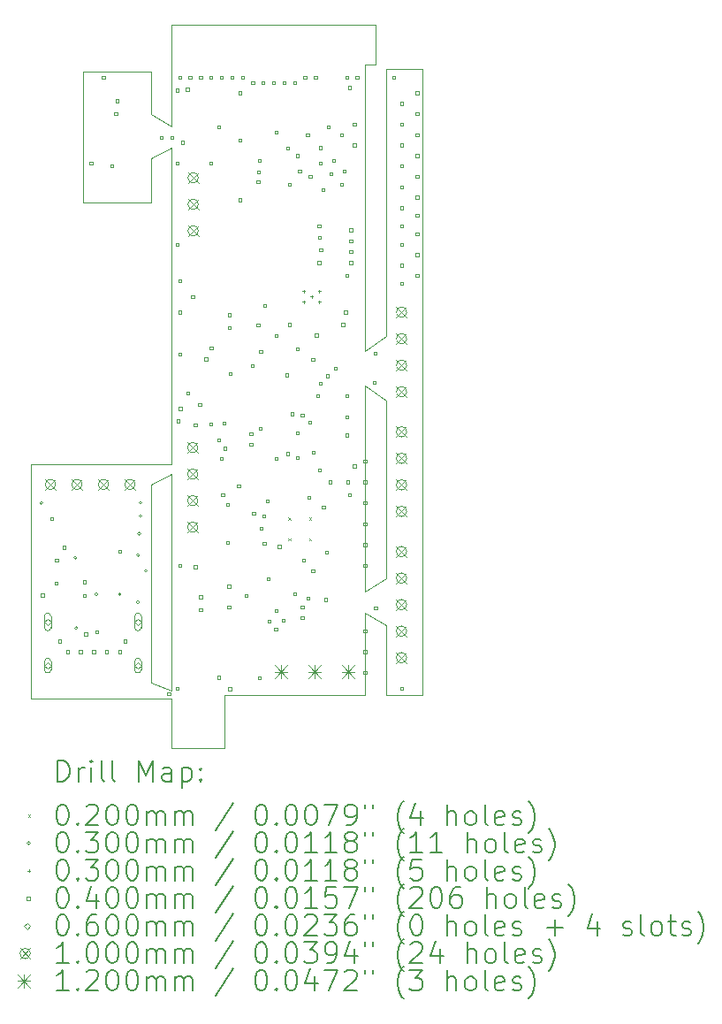
<source format=gbr>
%TF.GenerationSoftware,KiCad,Pcbnew,8.0.1*%
%TF.CreationDate,2024-07-19T12:33:10-04:00*%
%TF.ProjectId,Tiny4FSK,54696e79-3446-4534-9b2e-6b696361645f,rev?*%
%TF.SameCoordinates,Original*%
%TF.FileFunction,Drillmap*%
%TF.FilePolarity,Positive*%
%FSLAX45Y45*%
G04 Gerber Fmt 4.5, Leading zero omitted, Abs format (unit mm)*
G04 Created by KiCad (PCBNEW 8.0.1) date 2024-07-19 12:33:10*
%MOMM*%
%LPD*%
G01*
G04 APERTURE LIST*
%ADD10C,0.100000*%
%ADD11C,0.200000*%
%ADD12C,0.120000*%
G04 APERTURE END LIST*
D10*
X14025000Y-8775000D02*
X14025000Y-10675000D01*
X14025000Y-10750000D01*
X13825000Y-10675000D01*
X13825000Y-8775000D01*
X14025000Y-8675000D01*
X14025000Y-8775000D01*
X16075000Y-7975000D02*
X16075000Y-9675000D01*
X15875000Y-9800000D01*
X15875000Y-9675000D01*
X15875000Y-7975000D01*
X15875000Y-7825000D01*
X16075000Y-7975000D01*
X15975000Y-4750000D02*
X15875000Y-4750000D01*
X15875000Y-7350000D01*
X15875000Y-7500000D01*
X16075000Y-7350000D01*
X16075000Y-4800000D01*
X16425000Y-4800000D01*
X16424871Y-10792910D01*
X16074999Y-10792952D01*
X16075000Y-10125000D01*
X15875000Y-10000000D01*
X15875000Y-10150000D01*
X15874999Y-10792976D01*
X14525000Y-10793136D01*
X14525000Y-10900000D01*
X14525000Y-11300000D01*
X14025000Y-11300000D01*
X14025000Y-10825000D01*
X12675000Y-10825000D01*
X12674277Y-8581426D01*
X14024277Y-8581426D01*
X14025000Y-6075000D01*
X14025000Y-5550000D01*
X13825000Y-5650000D01*
X13825000Y-6075000D01*
X13175000Y-6075000D01*
X13175000Y-4825000D01*
X13825000Y-4825000D01*
X13825000Y-5225000D01*
X14025000Y-5350000D01*
X14024931Y-4825000D01*
X14025000Y-4375000D01*
X15975000Y-4375000D01*
X15975000Y-4750000D01*
D11*
D10*
X15140000Y-9090000D02*
X15160000Y-9110000D01*
X15160000Y-9090000D02*
X15140000Y-9110000D01*
X15140000Y-9290000D02*
X15160000Y-9310000D01*
X15160000Y-9290000D02*
X15140000Y-9310000D01*
X15340000Y-9090000D02*
X15360000Y-9110000D01*
X15360000Y-9090000D02*
X15340000Y-9110000D01*
X15340000Y-9290000D02*
X15360000Y-9310000D01*
X15360000Y-9290000D02*
X15340000Y-9310000D01*
X12790000Y-8950000D02*
G75*
G02*
X12760000Y-8950000I-15000J0D01*
G01*
X12760000Y-8950000D02*
G75*
G02*
X12790000Y-8950000I15000J0D01*
G01*
X13115000Y-9475000D02*
G75*
G02*
X13085000Y-9475000I-15000J0D01*
G01*
X13085000Y-9475000D02*
G75*
G02*
X13115000Y-9475000I15000J0D01*
G01*
X13123176Y-10148324D02*
G75*
G02*
X13093176Y-10148324I-15000J0D01*
G01*
X13093176Y-10148324D02*
G75*
G02*
X13123176Y-10148324I15000J0D01*
G01*
X13315000Y-9825000D02*
G75*
G02*
X13285000Y-9825000I-15000J0D01*
G01*
X13285000Y-9825000D02*
G75*
G02*
X13315000Y-9825000I15000J0D01*
G01*
X13540000Y-9825000D02*
G75*
G02*
X13510000Y-9825000I-15000J0D01*
G01*
X13510000Y-9825000D02*
G75*
G02*
X13540000Y-9825000I15000J0D01*
G01*
X13715000Y-9450000D02*
G75*
G02*
X13685000Y-9450000I-15000J0D01*
G01*
X13685000Y-9450000D02*
G75*
G02*
X13715000Y-9450000I15000J0D01*
G01*
X13715000Y-9900000D02*
G75*
G02*
X13685000Y-9900000I-15000J0D01*
G01*
X13685000Y-9900000D02*
G75*
G02*
X13715000Y-9900000I15000J0D01*
G01*
X13728163Y-9245512D02*
G75*
G02*
X13698163Y-9245512I-15000J0D01*
G01*
X13698163Y-9245512D02*
G75*
G02*
X13728163Y-9245512I15000J0D01*
G01*
X13740000Y-8950000D02*
G75*
G02*
X13710000Y-8950000I-15000J0D01*
G01*
X13710000Y-8950000D02*
G75*
G02*
X13740000Y-8950000I15000J0D01*
G01*
X13740000Y-9075000D02*
G75*
G02*
X13710000Y-9075000I-15000J0D01*
G01*
X13710000Y-9075000D02*
G75*
G02*
X13740000Y-9075000I15000J0D01*
G01*
X13790000Y-9600000D02*
G75*
G02*
X13760000Y-9600000I-15000J0D01*
G01*
X13760000Y-9600000D02*
G75*
G02*
X13790000Y-9600000I15000J0D01*
G01*
X15288500Y-6910500D02*
X15288500Y-6940500D01*
X15273500Y-6925500D02*
X15303500Y-6925500D01*
X15288500Y-7010500D02*
X15288500Y-7040500D01*
X15273500Y-7025500D02*
X15303500Y-7025500D01*
X15363500Y-6960500D02*
X15363500Y-6990500D01*
X15348500Y-6975500D02*
X15378500Y-6975500D01*
X15438500Y-6910500D02*
X15438500Y-6940500D01*
X15423500Y-6925500D02*
X15453500Y-6925500D01*
X15438500Y-7010500D02*
X15438500Y-7040500D01*
X15423500Y-7025500D02*
X15453500Y-7025500D01*
X12799373Y-9847500D02*
X12799373Y-9819215D01*
X12771088Y-9819215D01*
X12771088Y-9847500D01*
X12799373Y-9847500D01*
X12889142Y-9114142D02*
X12889142Y-9085858D01*
X12860858Y-9085858D01*
X12860858Y-9114142D01*
X12889142Y-9114142D01*
X12929767Y-9735283D02*
X12929767Y-9706998D01*
X12901482Y-9706998D01*
X12901482Y-9735283D01*
X12929767Y-9735283D01*
X12933412Y-9513675D02*
X12933412Y-9485390D01*
X12905127Y-9485390D01*
X12905127Y-9513675D01*
X12933412Y-9513675D01*
X12964142Y-10289142D02*
X12964142Y-10260858D01*
X12935858Y-10260858D01*
X12935858Y-10289142D01*
X12964142Y-10289142D01*
X13004142Y-9389642D02*
X13004142Y-9361358D01*
X12975858Y-9361358D01*
X12975858Y-9389642D01*
X13004142Y-9389642D01*
X13039142Y-10389142D02*
X13039142Y-10360858D01*
X13010858Y-10360858D01*
X13010858Y-10389142D01*
X13039142Y-10389142D01*
X13164142Y-10389142D02*
X13164142Y-10360858D01*
X13135858Y-10360858D01*
X13135858Y-10389142D01*
X13164142Y-10389142D01*
X13199487Y-9722161D02*
X13199487Y-9693876D01*
X13171202Y-9693876D01*
X13171202Y-9722161D01*
X13199487Y-9722161D01*
X13202145Y-9852145D02*
X13202145Y-9823860D01*
X13173860Y-9823860D01*
X13173860Y-9852145D01*
X13202145Y-9852145D01*
X13214142Y-10219142D02*
X13214142Y-10190858D01*
X13185858Y-10190858D01*
X13185858Y-10219142D01*
X13214142Y-10219142D01*
X13264142Y-5714142D02*
X13264142Y-5685858D01*
X13235858Y-5685858D01*
X13235858Y-5714142D01*
X13264142Y-5714142D01*
X13289142Y-10389142D02*
X13289142Y-10360858D01*
X13260858Y-10360858D01*
X13260858Y-10389142D01*
X13289142Y-10389142D01*
X13319390Y-10199062D02*
X13319390Y-10170777D01*
X13291106Y-10170777D01*
X13291106Y-10199062D01*
X13319390Y-10199062D01*
X13382845Y-4890560D02*
X13382845Y-4862276D01*
X13354560Y-4862276D01*
X13354560Y-4890560D01*
X13382845Y-4890560D01*
X13414142Y-10389142D02*
X13414142Y-10360858D01*
X13385858Y-10360858D01*
X13385858Y-10389142D01*
X13414142Y-10389142D01*
X13461642Y-5739142D02*
X13461642Y-5710858D01*
X13433358Y-5710858D01*
X13433358Y-5739142D01*
X13461642Y-5739142D01*
X13500976Y-5238793D02*
X13500976Y-5210508D01*
X13472692Y-5210508D01*
X13472692Y-5238793D01*
X13500976Y-5238793D01*
X13514142Y-5114142D02*
X13514142Y-5085858D01*
X13485858Y-5085858D01*
X13485858Y-5114142D01*
X13514142Y-5114142D01*
X13539142Y-10389142D02*
X13539142Y-10360858D01*
X13510858Y-10360858D01*
X13510858Y-10389142D01*
X13539142Y-10389142D01*
X13539918Y-9426198D02*
X13539918Y-9397913D01*
X13511633Y-9397913D01*
X13511633Y-9426198D01*
X13539918Y-9426198D01*
X13589142Y-10289142D02*
X13589142Y-10260858D01*
X13560858Y-10260858D01*
X13560858Y-10289142D01*
X13589142Y-10289142D01*
X13939142Y-5464142D02*
X13939142Y-5435858D01*
X13910858Y-5435858D01*
X13910858Y-5464142D01*
X13939142Y-5464142D01*
X14010858Y-10792427D02*
X14010858Y-10764142D01*
X13982573Y-10764142D01*
X13982573Y-10792427D01*
X14010858Y-10792427D01*
X14039142Y-5464142D02*
X14039142Y-5435858D01*
X14010858Y-5435858D01*
X14010858Y-5464142D01*
X14039142Y-5464142D01*
X14089142Y-5014142D02*
X14089142Y-4985858D01*
X14060858Y-4985858D01*
X14060858Y-5014142D01*
X14089142Y-5014142D01*
X14089142Y-5714142D02*
X14089142Y-5685858D01*
X14060858Y-5685858D01*
X14060858Y-5714142D01*
X14089142Y-5714142D01*
X14089142Y-6489142D02*
X14089142Y-6460858D01*
X14060858Y-6460858D01*
X14060858Y-6489142D01*
X14089142Y-6489142D01*
X14089142Y-10739142D02*
X14089142Y-10710858D01*
X14060858Y-10710858D01*
X14060858Y-10739142D01*
X14089142Y-10739142D01*
X14099365Y-8180821D02*
X14099365Y-8152536D01*
X14071080Y-8152536D01*
X14071080Y-8180821D01*
X14099365Y-8180821D01*
X14114142Y-4889142D02*
X14114142Y-4860858D01*
X14085858Y-4860858D01*
X14085858Y-4889142D01*
X14114142Y-4889142D01*
X14114142Y-6839142D02*
X14114142Y-6810858D01*
X14085858Y-6810858D01*
X14085858Y-6839142D01*
X14114142Y-6839142D01*
X14114142Y-7139142D02*
X14114142Y-7110858D01*
X14085858Y-7110858D01*
X14085858Y-7139142D01*
X14114142Y-7139142D01*
X14114142Y-7539142D02*
X14114142Y-7510858D01*
X14085858Y-7510858D01*
X14085858Y-7539142D01*
X14114142Y-7539142D01*
X14114142Y-9564142D02*
X14114142Y-9535858D01*
X14085858Y-9535858D01*
X14085858Y-9564142D01*
X14114142Y-9564142D01*
X14119246Y-8061944D02*
X14119246Y-8033660D01*
X14090962Y-8033660D01*
X14090962Y-8061944D01*
X14119246Y-8061944D01*
X14139142Y-5514142D02*
X14139142Y-5485858D01*
X14110858Y-5485858D01*
X14110858Y-5514142D01*
X14139142Y-5514142D01*
X14188749Y-5005275D02*
X14188749Y-4976990D01*
X14160464Y-4976990D01*
X14160464Y-5005275D01*
X14188749Y-5005275D01*
X14193991Y-7914252D02*
X14193991Y-7885968D01*
X14165707Y-7885968D01*
X14165707Y-7914252D01*
X14193991Y-7914252D01*
X14214142Y-4889142D02*
X14214142Y-4860858D01*
X14185858Y-4860858D01*
X14185858Y-4889142D01*
X14214142Y-4889142D01*
X14239142Y-6989142D02*
X14239142Y-6960858D01*
X14210858Y-6960858D01*
X14210858Y-6989142D01*
X14239142Y-6989142D01*
X14264142Y-8216642D02*
X14264142Y-8188358D01*
X14235858Y-8188358D01*
X14235858Y-8216642D01*
X14264142Y-8216642D01*
X14264142Y-9576642D02*
X14264142Y-9548358D01*
X14235858Y-9548358D01*
X14235858Y-9576642D01*
X14264142Y-9576642D01*
X14306851Y-8021806D02*
X14306851Y-7993521D01*
X14278566Y-7993521D01*
X14278566Y-8021806D01*
X14306851Y-8021806D01*
X14314142Y-4889142D02*
X14314142Y-4860858D01*
X14285858Y-4860858D01*
X14285858Y-4889142D01*
X14314142Y-4889142D01*
X14314142Y-9864142D02*
X14314142Y-9835858D01*
X14285858Y-9835858D01*
X14285858Y-9864142D01*
X14314142Y-9864142D01*
X14314142Y-9989142D02*
X14314142Y-9960858D01*
X14285858Y-9960858D01*
X14285858Y-9989142D01*
X14314142Y-9989142D01*
X14365902Y-7587773D02*
X14365902Y-7559488D01*
X14337617Y-7559488D01*
X14337617Y-7587773D01*
X14365902Y-7587773D01*
X14414142Y-4889142D02*
X14414142Y-4860858D01*
X14385858Y-4860858D01*
X14385858Y-4889142D01*
X14414142Y-4889142D01*
X14414142Y-5714142D02*
X14414142Y-5685858D01*
X14385858Y-5685858D01*
X14385858Y-5714142D01*
X14414142Y-5714142D01*
X14414142Y-8208903D02*
X14414142Y-8180618D01*
X14385858Y-8180618D01*
X14385858Y-8208903D01*
X14414142Y-8208903D01*
X14416642Y-7484061D02*
X14416642Y-7455777D01*
X14388358Y-7455777D01*
X14388358Y-7484061D01*
X14416642Y-7484061D01*
X14486660Y-10636260D02*
X14486660Y-10607975D01*
X14458375Y-10607975D01*
X14458375Y-10636260D01*
X14486660Y-10636260D01*
X14489056Y-8360560D02*
X14489056Y-8332275D01*
X14460771Y-8332275D01*
X14460771Y-8360560D01*
X14489056Y-8360560D01*
X14490885Y-5366843D02*
X14490885Y-5338558D01*
X14462600Y-5338558D01*
X14462600Y-5366843D01*
X14490885Y-5366843D01*
X14514142Y-4889142D02*
X14514142Y-4860858D01*
X14485858Y-4860858D01*
X14485858Y-4889142D01*
X14514142Y-4889142D01*
X14515408Y-8537877D02*
X14515408Y-8509592D01*
X14487123Y-8509592D01*
X14487123Y-8537877D01*
X14515408Y-8537877D01*
X14526642Y-8889142D02*
X14526642Y-8860858D01*
X14498358Y-8860858D01*
X14498358Y-8889142D01*
X14526642Y-8889142D01*
X14538763Y-8203136D02*
X14538763Y-8174852D01*
X14510479Y-8174852D01*
X14510479Y-8203136D01*
X14538763Y-8203136D01*
X14546091Y-8442700D02*
X14546091Y-8414416D01*
X14517806Y-8414416D01*
X14517806Y-8442700D01*
X14546091Y-8442700D01*
X14571642Y-8978801D02*
X14571642Y-8950516D01*
X14543358Y-8950516D01*
X14543358Y-8978801D01*
X14571642Y-8978801D01*
X14571642Y-9343760D02*
X14571642Y-9315475D01*
X14543358Y-9315475D01*
X14543358Y-9343760D01*
X14571642Y-9343760D01*
X14585392Y-9764142D02*
X14585392Y-9735858D01*
X14557108Y-9735858D01*
X14557108Y-9764142D01*
X14585392Y-9764142D01*
X14585392Y-9964142D02*
X14585392Y-9935858D01*
X14557108Y-9935858D01*
X14557108Y-9964142D01*
X14585392Y-9964142D01*
X14589142Y-7164142D02*
X14589142Y-7135858D01*
X14560858Y-7135858D01*
X14560858Y-7164142D01*
X14589142Y-7164142D01*
X14589142Y-7289142D02*
X14589142Y-7260858D01*
X14560858Y-7260858D01*
X14560858Y-7289142D01*
X14589142Y-7289142D01*
X14593630Y-10746130D02*
X14593630Y-10717845D01*
X14565345Y-10717845D01*
X14565345Y-10746130D01*
X14593630Y-10746130D01*
X14599142Y-7726642D02*
X14599142Y-7698358D01*
X14570858Y-7698358D01*
X14570858Y-7726642D01*
X14599142Y-7726642D01*
X14614142Y-4889142D02*
X14614142Y-4860858D01*
X14585858Y-4860858D01*
X14585858Y-4889142D01*
X14614142Y-4889142D01*
X14677908Y-8802908D02*
X14677908Y-8774623D01*
X14649623Y-8774623D01*
X14649623Y-8802908D01*
X14677908Y-8802908D01*
X14689142Y-5039142D02*
X14689142Y-5010858D01*
X14660858Y-5010858D01*
X14660858Y-5039142D01*
X14689142Y-5039142D01*
X14689142Y-5489142D02*
X14689142Y-5460858D01*
X14660858Y-5460858D01*
X14660858Y-5489142D01*
X14689142Y-5489142D01*
X14689142Y-6064142D02*
X14689142Y-6035858D01*
X14660858Y-6035858D01*
X14660858Y-6064142D01*
X14689142Y-6064142D01*
X14714142Y-4889142D02*
X14714142Y-4860858D01*
X14685858Y-4860858D01*
X14685858Y-4889142D01*
X14714142Y-4889142D01*
X14751409Y-9853940D02*
X14751409Y-9825655D01*
X14723125Y-9825655D01*
X14723125Y-9853940D01*
X14751409Y-9853940D01*
X14796221Y-8403857D02*
X14796221Y-8375573D01*
X14767937Y-8375573D01*
X14767937Y-8403857D01*
X14796221Y-8403857D01*
X14796376Y-8301622D02*
X14796376Y-8273338D01*
X14768092Y-8273338D01*
X14768092Y-8301622D01*
X14796376Y-8301622D01*
X14811551Y-7650692D02*
X14811551Y-7622407D01*
X14783266Y-7622407D01*
X14783266Y-7650692D01*
X14811551Y-7650692D01*
X14814142Y-4939142D02*
X14814142Y-4910858D01*
X14785858Y-4910858D01*
X14785858Y-4939142D01*
X14814142Y-4939142D01*
X14823003Y-9062109D02*
X14823003Y-9033825D01*
X14794719Y-9033825D01*
X14794719Y-9062109D01*
X14823003Y-9062109D01*
X14864142Y-5889142D02*
X14864142Y-5860858D01*
X14835858Y-5860858D01*
X14835858Y-5889142D01*
X14864142Y-5889142D01*
X14864142Y-7264142D02*
X14864142Y-7235858D01*
X14835858Y-7235858D01*
X14835858Y-7264142D01*
X14864142Y-7264142D01*
X14866642Y-5794133D02*
X14866642Y-5765848D01*
X14838358Y-5765848D01*
X14838358Y-5794133D01*
X14866642Y-5794133D01*
X14877798Y-5686979D02*
X14877798Y-5658695D01*
X14849513Y-5658695D01*
X14849513Y-5686979D01*
X14877798Y-5686979D01*
X14878745Y-10641499D02*
X14878745Y-10613215D01*
X14850460Y-10613215D01*
X14850460Y-10641499D01*
X14878745Y-10641499D01*
X14883789Y-8253053D02*
X14883789Y-8224768D01*
X14855505Y-8224768D01*
X14855505Y-8253053D01*
X14883789Y-8253053D01*
X14889142Y-7514142D02*
X14889142Y-7485858D01*
X14860858Y-7485858D01*
X14860858Y-7514142D01*
X14889142Y-7514142D01*
X14892008Y-9207143D02*
X14892008Y-9178858D01*
X14863724Y-9178858D01*
X14863724Y-9207143D01*
X14892008Y-9207143D01*
X14914142Y-4939142D02*
X14914142Y-4910858D01*
X14885858Y-4910858D01*
X14885858Y-4939142D01*
X14914142Y-4939142D01*
X14918148Y-9092892D02*
X14918148Y-9064608D01*
X14889863Y-9064608D01*
X14889863Y-9092892D01*
X14918148Y-9092892D01*
X14922881Y-9352991D02*
X14922881Y-9324707D01*
X14894597Y-9324707D01*
X14894597Y-9352991D01*
X14922881Y-9352991D01*
X14928642Y-7075892D02*
X14928642Y-7047608D01*
X14900358Y-7047608D01*
X14900358Y-7075892D01*
X14928642Y-7075892D01*
X14953500Y-8945677D02*
X14953500Y-8917392D01*
X14925216Y-8917392D01*
X14925216Y-8945677D01*
X14953500Y-8945677D01*
X14964142Y-9689142D02*
X14964142Y-9660858D01*
X14935858Y-9660858D01*
X14935858Y-9689142D01*
X14964142Y-9689142D01*
X14968985Y-10095127D02*
X14968985Y-10066842D01*
X14940700Y-10066842D01*
X14940700Y-10095127D01*
X14968985Y-10095127D01*
X15014142Y-4939142D02*
X15014142Y-4910858D01*
X14985858Y-4910858D01*
X14985858Y-4939142D01*
X15014142Y-4939142D01*
X15034817Y-10174017D02*
X15034817Y-10145732D01*
X15006532Y-10145732D01*
X15006532Y-10174017D01*
X15034817Y-10174017D01*
X15035905Y-9996651D02*
X15035905Y-9968366D01*
X15007620Y-9968366D01*
X15007620Y-9996651D01*
X15035905Y-9996651D01*
X15037457Y-8539957D02*
X15037457Y-8511673D01*
X15009172Y-8511673D01*
X15009172Y-8539957D01*
X15037457Y-8539957D01*
X15039142Y-5414142D02*
X15039142Y-5385858D01*
X15010858Y-5385858D01*
X15010858Y-5414142D01*
X15039142Y-5414142D01*
X15039142Y-7364142D02*
X15039142Y-7335858D01*
X15010858Y-7335858D01*
X15010858Y-7364142D01*
X15039142Y-7364142D01*
X15069131Y-9382091D02*
X15069131Y-9353806D01*
X15040847Y-9353806D01*
X15040847Y-9382091D01*
X15069131Y-9382091D01*
X15106634Y-10091863D02*
X15106634Y-10063578D01*
X15078349Y-10063578D01*
X15078349Y-10091863D01*
X15106634Y-10091863D01*
X15114142Y-4939142D02*
X15114142Y-4910858D01*
X15085858Y-4910858D01*
X15085858Y-4939142D01*
X15114142Y-4939142D01*
X15139142Y-7739142D02*
X15139142Y-7710858D01*
X15110858Y-7710858D01*
X15110858Y-7739142D01*
X15139142Y-7739142D01*
X15147986Y-8493719D02*
X15147986Y-8465435D01*
X15119701Y-8465435D01*
X15119701Y-8493719D01*
X15147986Y-8493719D01*
X15149699Y-5566642D02*
X15149699Y-5538358D01*
X15121415Y-5538358D01*
X15121415Y-5566642D01*
X15149699Y-5566642D01*
X15164142Y-5914142D02*
X15164142Y-5885858D01*
X15135858Y-5885858D01*
X15135858Y-5914142D01*
X15164142Y-5914142D01*
X15164754Y-7256795D02*
X15164754Y-7228510D01*
X15136470Y-7228510D01*
X15136470Y-7256795D01*
X15164754Y-7256795D01*
X15189142Y-8111642D02*
X15189142Y-8083358D01*
X15160858Y-8083358D01*
X15160858Y-8111642D01*
X15189142Y-8111642D01*
X15214142Y-4939142D02*
X15214142Y-4910858D01*
X15185858Y-4910858D01*
X15185858Y-4939142D01*
X15214142Y-4939142D01*
X15214178Y-9836642D02*
X15214178Y-9808358D01*
X15185893Y-9808358D01*
X15185893Y-9836642D01*
X15214178Y-9836642D01*
X15239142Y-5639142D02*
X15239142Y-5610858D01*
X15210858Y-5610858D01*
X15210858Y-5639142D01*
X15239142Y-5639142D01*
X15239142Y-7489142D02*
X15239142Y-7460858D01*
X15210858Y-7460858D01*
X15210858Y-7489142D01*
X15239142Y-7489142D01*
X15239843Y-8533246D02*
X15239843Y-8504962D01*
X15211558Y-8504962D01*
X15211558Y-8533246D01*
X15239843Y-8533246D01*
X15244117Y-8296617D02*
X15244117Y-8268333D01*
X15215833Y-8268333D01*
X15215833Y-8296617D01*
X15244117Y-8296617D01*
X15264142Y-5789142D02*
X15264142Y-5760858D01*
X15235858Y-5760858D01*
X15235858Y-5789142D01*
X15264142Y-5789142D01*
X15288472Y-8123201D02*
X15288472Y-8094916D01*
X15260188Y-8094916D01*
X15260188Y-8123201D01*
X15288472Y-8123201D01*
X15289142Y-9961642D02*
X15289142Y-9933358D01*
X15260858Y-9933358D01*
X15260858Y-9961642D01*
X15289142Y-9961642D01*
X15289142Y-10064142D02*
X15289142Y-10035858D01*
X15260858Y-10035858D01*
X15260858Y-10064142D01*
X15289142Y-10064142D01*
X15299650Y-9513983D02*
X15299650Y-9485698D01*
X15271365Y-9485698D01*
X15271365Y-9513983D01*
X15299650Y-9513983D01*
X15314142Y-4889142D02*
X15314142Y-4860858D01*
X15285858Y-4860858D01*
X15285858Y-4889142D01*
X15314142Y-4889142D01*
X15339142Y-5439142D02*
X15339142Y-5410858D01*
X15310858Y-5410858D01*
X15310858Y-5439142D01*
X15339142Y-5439142D01*
X15345916Y-9879321D02*
X15345916Y-9851036D01*
X15317631Y-9851036D01*
X15317631Y-9879321D01*
X15345916Y-9879321D01*
X15353142Y-8911953D02*
X15353142Y-8883668D01*
X15324858Y-8883668D01*
X15324858Y-8911953D01*
X15353142Y-8911953D01*
X15359101Y-8193994D02*
X15359101Y-8165710D01*
X15330816Y-8165710D01*
X15330816Y-8193994D01*
X15359101Y-8193994D01*
X15364142Y-5839142D02*
X15364142Y-5810858D01*
X15335858Y-5810858D01*
X15335858Y-5839142D01*
X15364142Y-5839142D01*
X15389142Y-7589142D02*
X15389142Y-7560858D01*
X15360858Y-7560858D01*
X15360858Y-7589142D01*
X15389142Y-7589142D01*
X15389142Y-9614142D02*
X15389142Y-9585858D01*
X15360858Y-9585858D01*
X15360858Y-9614142D01*
X15389142Y-9614142D01*
X15394038Y-8482381D02*
X15394038Y-8454096D01*
X15365754Y-8454096D01*
X15365754Y-8482381D01*
X15394038Y-8482381D01*
X15414142Y-4889142D02*
X15414142Y-4860858D01*
X15385858Y-4860858D01*
X15385858Y-4889142D01*
X15414142Y-4889142D01*
X15424218Y-7360144D02*
X15424218Y-7331859D01*
X15395934Y-7331859D01*
X15395934Y-7360144D01*
X15424218Y-7360144D01*
X15439142Y-7939142D02*
X15439142Y-7910858D01*
X15410858Y-7910858D01*
X15410858Y-7939142D01*
X15439142Y-7939142D01*
X15449892Y-6314142D02*
X15449892Y-6285858D01*
X15421608Y-6285858D01*
X15421608Y-6314142D01*
X15449892Y-6314142D01*
X15449892Y-6664642D02*
X15449892Y-6636358D01*
X15421608Y-6636358D01*
X15421608Y-6664642D01*
X15449892Y-6664642D01*
X15451903Y-6421053D02*
X15451903Y-6392769D01*
X15423618Y-6392769D01*
X15423618Y-6421053D01*
X15451903Y-6421053D01*
X15452424Y-8649894D02*
X15452424Y-8621609D01*
X15424140Y-8621609D01*
X15424140Y-8649894D01*
X15452424Y-8649894D01*
X15460058Y-7822118D02*
X15460058Y-7793834D01*
X15431774Y-7793834D01*
X15431774Y-7822118D01*
X15460058Y-7822118D01*
X15464142Y-5564142D02*
X15464142Y-5535858D01*
X15435858Y-5535858D01*
X15435858Y-5564142D01*
X15464142Y-5564142D01*
X15464142Y-5714142D02*
X15464142Y-5685858D01*
X15435858Y-5685858D01*
X15435858Y-5714142D01*
X15464142Y-5714142D01*
X15467392Y-6539642D02*
X15467392Y-6511358D01*
X15439108Y-6511358D01*
X15439108Y-6539642D01*
X15467392Y-6539642D01*
X15489142Y-5964142D02*
X15489142Y-5935858D01*
X15460858Y-5935858D01*
X15460858Y-5964142D01*
X15489142Y-5964142D01*
X15491916Y-9006953D02*
X15491916Y-8978668D01*
X15463632Y-8978668D01*
X15463632Y-9006953D01*
X15491916Y-9006953D01*
X15514142Y-9889142D02*
X15514142Y-9860858D01*
X15485858Y-9860858D01*
X15485858Y-9889142D01*
X15514142Y-9889142D01*
X15519369Y-9436447D02*
X15519369Y-9408162D01*
X15491084Y-9408162D01*
X15491084Y-9436447D01*
X15519369Y-9436447D01*
X15528272Y-7748996D02*
X15528272Y-7720711D01*
X15499987Y-7720711D01*
X15499987Y-7748996D01*
X15528272Y-7748996D01*
X15539142Y-5364142D02*
X15539142Y-5335858D01*
X15510858Y-5335858D01*
X15510858Y-5364142D01*
X15539142Y-5364142D01*
X15552760Y-8763400D02*
X15552760Y-8735115D01*
X15524476Y-8735115D01*
X15524476Y-8763400D01*
X15552760Y-8763400D01*
X15564142Y-5814142D02*
X15564142Y-5785858D01*
X15535858Y-5785858D01*
X15535858Y-5814142D01*
X15564142Y-5814142D01*
X15589142Y-5689142D02*
X15589142Y-5660858D01*
X15560858Y-5660858D01*
X15560858Y-5689142D01*
X15589142Y-5689142D01*
X15603506Y-7678506D02*
X15603506Y-7650222D01*
X15575222Y-7650222D01*
X15575222Y-7678506D01*
X15603506Y-7678506D01*
X15664142Y-5439142D02*
X15664142Y-5410858D01*
X15635858Y-5410858D01*
X15635858Y-5439142D01*
X15664142Y-5439142D01*
X15664142Y-5914142D02*
X15664142Y-5885858D01*
X15635858Y-5885858D01*
X15635858Y-5914142D01*
X15664142Y-5914142D01*
X15678193Y-7257752D02*
X15678193Y-7229468D01*
X15649908Y-7229468D01*
X15649908Y-7257752D01*
X15678193Y-7257752D01*
X15689142Y-5789142D02*
X15689142Y-5760858D01*
X15660858Y-5760858D01*
X15660858Y-5789142D01*
X15689142Y-5789142D01*
X15703642Y-7139142D02*
X15703642Y-7110858D01*
X15675358Y-7110858D01*
X15675358Y-7139142D01*
X15703642Y-7139142D01*
X15714142Y-4889142D02*
X15714142Y-4860858D01*
X15685858Y-4860858D01*
X15685858Y-4889142D01*
X15714142Y-4889142D01*
X15714142Y-6789142D02*
X15714142Y-6760858D01*
X15685858Y-6760858D01*
X15685858Y-6789142D01*
X15714142Y-6789142D01*
X15714142Y-7939142D02*
X15714142Y-7910858D01*
X15685858Y-7910858D01*
X15685858Y-7939142D01*
X15714142Y-7939142D01*
X15714142Y-8139142D02*
X15714142Y-8110858D01*
X15685858Y-8110858D01*
X15685858Y-8139142D01*
X15714142Y-8139142D01*
X15714142Y-8314142D02*
X15714142Y-8285858D01*
X15685858Y-8285858D01*
X15685858Y-8314142D01*
X15714142Y-8314142D01*
X15725392Y-8764142D02*
X15725392Y-8735858D01*
X15697108Y-8735858D01*
X15697108Y-8764142D01*
X15725392Y-8764142D01*
X15739142Y-4989142D02*
X15739142Y-4960858D01*
X15710858Y-4960858D01*
X15710858Y-4989142D01*
X15739142Y-4989142D01*
X15739142Y-8889142D02*
X15739142Y-8860858D01*
X15710858Y-8860858D01*
X15710858Y-8889142D01*
X15739142Y-8889142D01*
X15753992Y-6350457D02*
X15753992Y-6322172D01*
X15725707Y-6322172D01*
X15725707Y-6350457D01*
X15753992Y-6350457D01*
X15753992Y-6455019D02*
X15753992Y-6426734D01*
X15725707Y-6426734D01*
X15725707Y-6455019D01*
X15753992Y-6455019D01*
X15753992Y-6559580D02*
X15753992Y-6531296D01*
X15725707Y-6531296D01*
X15725707Y-6559580D01*
X15753992Y-6559580D01*
X15753992Y-6664142D02*
X15753992Y-6635858D01*
X15725707Y-6635858D01*
X15725707Y-6664142D01*
X15753992Y-6664142D01*
X15789142Y-5339142D02*
X15789142Y-5310858D01*
X15760858Y-5310858D01*
X15760858Y-5339142D01*
X15789142Y-5339142D01*
X15789142Y-5539142D02*
X15789142Y-5510858D01*
X15760858Y-5510858D01*
X15760858Y-5539142D01*
X15789142Y-5539142D01*
X15789158Y-8611627D02*
X15789158Y-8583342D01*
X15760873Y-8583342D01*
X15760873Y-8611627D01*
X15789158Y-8611627D01*
X15814142Y-4889142D02*
X15814142Y-4860858D01*
X15785858Y-4860858D01*
X15785858Y-4889142D01*
X15814142Y-4889142D01*
X15889142Y-8564142D02*
X15889142Y-8535858D01*
X15860858Y-8535858D01*
X15860858Y-8564142D01*
X15889142Y-8564142D01*
X15889142Y-8764142D02*
X15889142Y-8735858D01*
X15860858Y-8735858D01*
X15860858Y-8764142D01*
X15889142Y-8764142D01*
X15889142Y-8964142D02*
X15889142Y-8935858D01*
X15860858Y-8935858D01*
X15860858Y-8964142D01*
X15889142Y-8964142D01*
X15889142Y-9164142D02*
X15889142Y-9135858D01*
X15860858Y-9135858D01*
X15860858Y-9164142D01*
X15889142Y-9164142D01*
X15889142Y-9364142D02*
X15889142Y-9335858D01*
X15860858Y-9335858D01*
X15860858Y-9364142D01*
X15889142Y-9364142D01*
X15889142Y-9564142D02*
X15889142Y-9535858D01*
X15860858Y-9535858D01*
X15860858Y-9564142D01*
X15889142Y-9564142D01*
X15889142Y-10189142D02*
X15889142Y-10160858D01*
X15860858Y-10160858D01*
X15860858Y-10189142D01*
X15889142Y-10189142D01*
X15889142Y-10389142D02*
X15889142Y-10360858D01*
X15860858Y-10360858D01*
X15860858Y-10389142D01*
X15889142Y-10389142D01*
X15889142Y-10589142D02*
X15889142Y-10560858D01*
X15860858Y-10560858D01*
X15860858Y-10589142D01*
X15889142Y-10589142D01*
X15978961Y-7809642D02*
X15978961Y-7781358D01*
X15950676Y-7781358D01*
X15950676Y-7809642D01*
X15978961Y-7809642D01*
X15989142Y-7529642D02*
X15989142Y-7501358D01*
X15960858Y-7501358D01*
X15960858Y-7529642D01*
X15989142Y-7529642D01*
X15991785Y-9968041D02*
X15991785Y-9939756D01*
X15963500Y-9939756D01*
X15963500Y-9968041D01*
X15991785Y-9968041D01*
X16164142Y-4889142D02*
X16164142Y-4860858D01*
X16135858Y-4860858D01*
X16135858Y-4889142D01*
X16164142Y-4889142D01*
X16239142Y-5139142D02*
X16239142Y-5110858D01*
X16210858Y-5110858D01*
X16210858Y-5139142D01*
X16239142Y-5139142D01*
X16239142Y-5339142D02*
X16239142Y-5310858D01*
X16210858Y-5310858D01*
X16210858Y-5339142D01*
X16239142Y-5339142D01*
X16239142Y-5539142D02*
X16239142Y-5510858D01*
X16210858Y-5510858D01*
X16210858Y-5539142D01*
X16239142Y-5539142D01*
X16239142Y-5739142D02*
X16239142Y-5710858D01*
X16210858Y-5710858D01*
X16210858Y-5739142D01*
X16239142Y-5739142D01*
X16239142Y-5939142D02*
X16239142Y-5910858D01*
X16210858Y-5910858D01*
X16210858Y-5939142D01*
X16239142Y-5939142D01*
X16239142Y-6139142D02*
X16239142Y-6110858D01*
X16210858Y-6110858D01*
X16210858Y-6139142D01*
X16239142Y-6139142D01*
X16239142Y-6314142D02*
X16239142Y-6285858D01*
X16210858Y-6285858D01*
X16210858Y-6314142D01*
X16239142Y-6314142D01*
X16239142Y-6489142D02*
X16239142Y-6460858D01*
X16210858Y-6460858D01*
X16210858Y-6489142D01*
X16239142Y-6489142D01*
X16239142Y-6689142D02*
X16239142Y-6660858D01*
X16210858Y-6660858D01*
X16210858Y-6689142D01*
X16239142Y-6689142D01*
X16239142Y-6864142D02*
X16239142Y-6835858D01*
X16210858Y-6835858D01*
X16210858Y-6864142D01*
X16239142Y-6864142D01*
X16239142Y-10739142D02*
X16239142Y-10710858D01*
X16210858Y-10710858D01*
X16210858Y-10739142D01*
X16239142Y-10739142D01*
X16389142Y-5039142D02*
X16389142Y-5010858D01*
X16360858Y-5010858D01*
X16360858Y-5039142D01*
X16389142Y-5039142D01*
X16389142Y-5239142D02*
X16389142Y-5210858D01*
X16360858Y-5210858D01*
X16360858Y-5239142D01*
X16389142Y-5239142D01*
X16389142Y-5439142D02*
X16389142Y-5410858D01*
X16360858Y-5410858D01*
X16360858Y-5439142D01*
X16389142Y-5439142D01*
X16389142Y-5639142D02*
X16389142Y-5610858D01*
X16360858Y-5610858D01*
X16360858Y-5639142D01*
X16389142Y-5639142D01*
X16389142Y-5839142D02*
X16389142Y-5810858D01*
X16360858Y-5810858D01*
X16360858Y-5839142D01*
X16389142Y-5839142D01*
X16389142Y-6039142D02*
X16389142Y-6010858D01*
X16360858Y-6010858D01*
X16360858Y-6039142D01*
X16389142Y-6039142D01*
X16389142Y-6214142D02*
X16389142Y-6185858D01*
X16360858Y-6185858D01*
X16360858Y-6214142D01*
X16389142Y-6214142D01*
X16389142Y-6389142D02*
X16389142Y-6360858D01*
X16360858Y-6360858D01*
X16360858Y-6389142D01*
X16389142Y-6389142D01*
X16389142Y-6589142D02*
X16389142Y-6560858D01*
X16360858Y-6560858D01*
X16360858Y-6589142D01*
X16389142Y-6589142D01*
X16389142Y-6789142D02*
X16389142Y-6760858D01*
X16360858Y-6760858D01*
X16360858Y-6789142D01*
X16389142Y-6789142D01*
X12835678Y-10120514D02*
X12865678Y-10090514D01*
X12835678Y-10060514D01*
X12805678Y-10090514D01*
X12835678Y-10120514D01*
X12805678Y-10035514D02*
X12805678Y-10145514D01*
X12865678Y-10145514D02*
G75*
G02*
X12805678Y-10145514I-30000J0D01*
G01*
X12865678Y-10145514D02*
X12865678Y-10035514D01*
X12865678Y-10035514D02*
G75*
G03*
X12805678Y-10035514I-30000J0D01*
G01*
X12835678Y-10538514D02*
X12865678Y-10508514D01*
X12835678Y-10478514D01*
X12805678Y-10508514D01*
X12835678Y-10538514D01*
X12805678Y-10468514D02*
X12805678Y-10548514D01*
X12865678Y-10548514D02*
G75*
G02*
X12805678Y-10548514I-30000J0D01*
G01*
X12865678Y-10548514D02*
X12865678Y-10468514D01*
X12865678Y-10468514D02*
G75*
G03*
X12805678Y-10468514I-30000J0D01*
G01*
X13699678Y-10120514D02*
X13729678Y-10090514D01*
X13699678Y-10060514D01*
X13669678Y-10090514D01*
X13699678Y-10120514D01*
X13669678Y-10035514D02*
X13669678Y-10145514D01*
X13729678Y-10145514D02*
G75*
G02*
X13669678Y-10145514I-30000J0D01*
G01*
X13729678Y-10145514D02*
X13729678Y-10035514D01*
X13729678Y-10035514D02*
G75*
G03*
X13669678Y-10035514I-30000J0D01*
G01*
X13699678Y-10538514D02*
X13729678Y-10508514D01*
X13699678Y-10478514D01*
X13669678Y-10508514D01*
X13699678Y-10538514D01*
X13669678Y-10468514D02*
X13669678Y-10548514D01*
X13729678Y-10548514D02*
G75*
G02*
X13669678Y-10548514I-30000J0D01*
G01*
X13729678Y-10548514D02*
X13729678Y-10468514D01*
X13729678Y-10468514D02*
G75*
G03*
X13669678Y-10468514I-30000J0D01*
G01*
X12812130Y-8724622D02*
X12912130Y-8824622D01*
X12912130Y-8724622D02*
X12812130Y-8824622D01*
X12912130Y-8774622D02*
G75*
G02*
X12812130Y-8774622I-50000J0D01*
G01*
X12812130Y-8774622D02*
G75*
G02*
X12912130Y-8774622I50000J0D01*
G01*
X13066130Y-8724622D02*
X13166130Y-8824622D01*
X13166130Y-8724622D02*
X13066130Y-8824622D01*
X13166130Y-8774622D02*
G75*
G02*
X13066130Y-8774622I-50000J0D01*
G01*
X13066130Y-8774622D02*
G75*
G02*
X13166130Y-8774622I50000J0D01*
G01*
X13320130Y-8724622D02*
X13420130Y-8824622D01*
X13420130Y-8724622D02*
X13320130Y-8824622D01*
X13420130Y-8774622D02*
G75*
G02*
X13320130Y-8774622I-50000J0D01*
G01*
X13320130Y-8774622D02*
G75*
G02*
X13420130Y-8774622I50000J0D01*
G01*
X13574130Y-8724622D02*
X13674130Y-8824622D01*
X13674130Y-8724622D02*
X13574130Y-8824622D01*
X13674130Y-8774622D02*
G75*
G02*
X13574130Y-8774622I-50000J0D01*
G01*
X13574130Y-8774622D02*
G75*
G02*
X13674130Y-8774622I50000J0D01*
G01*
X14175000Y-8371000D02*
X14275000Y-8471000D01*
X14275000Y-8371000D02*
X14175000Y-8471000D01*
X14275000Y-8421000D02*
G75*
G02*
X14175000Y-8421000I-50000J0D01*
G01*
X14175000Y-8421000D02*
G75*
G02*
X14275000Y-8421000I50000J0D01*
G01*
X14175000Y-8625000D02*
X14275000Y-8725000D01*
X14275000Y-8625000D02*
X14175000Y-8725000D01*
X14275000Y-8675000D02*
G75*
G02*
X14175000Y-8675000I-50000J0D01*
G01*
X14175000Y-8675000D02*
G75*
G02*
X14275000Y-8675000I50000J0D01*
G01*
X14175000Y-8879000D02*
X14275000Y-8979000D01*
X14275000Y-8879000D02*
X14175000Y-8979000D01*
X14275000Y-8929000D02*
G75*
G02*
X14175000Y-8929000I-50000J0D01*
G01*
X14175000Y-8929000D02*
G75*
G02*
X14275000Y-8929000I50000J0D01*
G01*
X14175000Y-9133000D02*
X14275000Y-9233000D01*
X14275000Y-9133000D02*
X14175000Y-9233000D01*
X14275000Y-9183000D02*
G75*
G02*
X14175000Y-9183000I-50000J0D01*
G01*
X14175000Y-9183000D02*
G75*
G02*
X14275000Y-9183000I50000J0D01*
G01*
X14179443Y-5787216D02*
X14279443Y-5887216D01*
X14279443Y-5787216D02*
X14179443Y-5887216D01*
X14279443Y-5837216D02*
G75*
G02*
X14179443Y-5837216I-50000J0D01*
G01*
X14179443Y-5837216D02*
G75*
G02*
X14279443Y-5837216I50000J0D01*
G01*
X14179443Y-6041216D02*
X14279443Y-6141216D01*
X14279443Y-6041216D02*
X14179443Y-6141216D01*
X14279443Y-6091216D02*
G75*
G02*
X14179443Y-6091216I-50000J0D01*
G01*
X14179443Y-6091216D02*
G75*
G02*
X14279443Y-6091216I50000J0D01*
G01*
X14179443Y-6295216D02*
X14279443Y-6395216D01*
X14279443Y-6295216D02*
X14179443Y-6395216D01*
X14279443Y-6345216D02*
G75*
G02*
X14179443Y-6345216I-50000J0D01*
G01*
X14179443Y-6345216D02*
G75*
G02*
X14279443Y-6345216I50000J0D01*
G01*
X16175000Y-7075000D02*
X16275000Y-7175000D01*
X16275000Y-7075000D02*
X16175000Y-7175000D01*
X16275000Y-7125000D02*
G75*
G02*
X16175000Y-7125000I-50000J0D01*
G01*
X16175000Y-7125000D02*
G75*
G02*
X16275000Y-7125000I50000J0D01*
G01*
X16175000Y-7329000D02*
X16275000Y-7429000D01*
X16275000Y-7329000D02*
X16175000Y-7429000D01*
X16275000Y-7379000D02*
G75*
G02*
X16175000Y-7379000I-50000J0D01*
G01*
X16175000Y-7379000D02*
G75*
G02*
X16275000Y-7379000I50000J0D01*
G01*
X16175000Y-7583000D02*
X16275000Y-7683000D01*
X16275000Y-7583000D02*
X16175000Y-7683000D01*
X16275000Y-7633000D02*
G75*
G02*
X16175000Y-7633000I-50000J0D01*
G01*
X16175000Y-7633000D02*
G75*
G02*
X16275000Y-7633000I50000J0D01*
G01*
X16175000Y-7837000D02*
X16275000Y-7937000D01*
X16275000Y-7837000D02*
X16175000Y-7937000D01*
X16275000Y-7887000D02*
G75*
G02*
X16175000Y-7887000I-50000J0D01*
G01*
X16175000Y-7887000D02*
G75*
G02*
X16275000Y-7887000I50000J0D01*
G01*
X16175000Y-8220000D02*
X16275000Y-8320000D01*
X16275000Y-8220000D02*
X16175000Y-8320000D01*
X16275000Y-8270000D02*
G75*
G02*
X16175000Y-8270000I-50000J0D01*
G01*
X16175000Y-8270000D02*
G75*
G02*
X16275000Y-8270000I50000J0D01*
G01*
X16175000Y-8474000D02*
X16275000Y-8574000D01*
X16275000Y-8474000D02*
X16175000Y-8574000D01*
X16275000Y-8524000D02*
G75*
G02*
X16175000Y-8524000I-50000J0D01*
G01*
X16175000Y-8524000D02*
G75*
G02*
X16275000Y-8524000I50000J0D01*
G01*
X16175000Y-8728000D02*
X16275000Y-8828000D01*
X16275000Y-8728000D02*
X16175000Y-8828000D01*
X16275000Y-8778000D02*
G75*
G02*
X16175000Y-8778000I-50000J0D01*
G01*
X16175000Y-8778000D02*
G75*
G02*
X16275000Y-8778000I50000J0D01*
G01*
X16175000Y-8982000D02*
X16275000Y-9082000D01*
X16275000Y-8982000D02*
X16175000Y-9082000D01*
X16275000Y-9032000D02*
G75*
G02*
X16175000Y-9032000I-50000J0D01*
G01*
X16175000Y-9032000D02*
G75*
G02*
X16275000Y-9032000I50000J0D01*
G01*
X16175000Y-9367500D02*
X16275000Y-9467500D01*
X16275000Y-9367500D02*
X16175000Y-9467500D01*
X16275000Y-9417500D02*
G75*
G02*
X16175000Y-9417500I-50000J0D01*
G01*
X16175000Y-9417500D02*
G75*
G02*
X16275000Y-9417500I50000J0D01*
G01*
X16175000Y-9621500D02*
X16275000Y-9721500D01*
X16275000Y-9621500D02*
X16175000Y-9721500D01*
X16275000Y-9671500D02*
G75*
G02*
X16175000Y-9671500I-50000J0D01*
G01*
X16175000Y-9671500D02*
G75*
G02*
X16275000Y-9671500I50000J0D01*
G01*
X16175000Y-9875500D02*
X16275000Y-9975500D01*
X16275000Y-9875500D02*
X16175000Y-9975500D01*
X16275000Y-9925500D02*
G75*
G02*
X16175000Y-9925500I-50000J0D01*
G01*
X16175000Y-9925500D02*
G75*
G02*
X16275000Y-9925500I50000J0D01*
G01*
X16175000Y-10129500D02*
X16275000Y-10229500D01*
X16275000Y-10129500D02*
X16175000Y-10229500D01*
X16275000Y-10179500D02*
G75*
G02*
X16175000Y-10179500I-50000J0D01*
G01*
X16175000Y-10179500D02*
G75*
G02*
X16275000Y-10179500I50000J0D01*
G01*
X16175000Y-10383500D02*
X16275000Y-10483500D01*
X16275000Y-10383500D02*
X16175000Y-10483500D01*
X16275000Y-10433500D02*
G75*
G02*
X16175000Y-10433500I-50000J0D01*
G01*
X16175000Y-10433500D02*
G75*
G02*
X16275000Y-10433500I50000J0D01*
G01*
D12*
X15009602Y-10506579D02*
X15129602Y-10626579D01*
X15129602Y-10506579D02*
X15009602Y-10626579D01*
X15069602Y-10506579D02*
X15069602Y-10626579D01*
X15009602Y-10566579D02*
X15129602Y-10566579D01*
X15331102Y-10506579D02*
X15451102Y-10626579D01*
X15451102Y-10506579D02*
X15331102Y-10626579D01*
X15391102Y-10506579D02*
X15391102Y-10626579D01*
X15331102Y-10566579D02*
X15451102Y-10566579D01*
X15652602Y-10506579D02*
X15772602Y-10626579D01*
X15772602Y-10506579D02*
X15652602Y-10626579D01*
X15712602Y-10506579D02*
X15712602Y-10626579D01*
X15652602Y-10566579D02*
X15772602Y-10566579D01*
D11*
X12930054Y-11616484D02*
X12930054Y-11416484D01*
X12930054Y-11416484D02*
X12977673Y-11416484D01*
X12977673Y-11416484D02*
X13006244Y-11426008D01*
X13006244Y-11426008D02*
X13025292Y-11445055D01*
X13025292Y-11445055D02*
X13034816Y-11464103D01*
X13034816Y-11464103D02*
X13044339Y-11502198D01*
X13044339Y-11502198D02*
X13044339Y-11530769D01*
X13044339Y-11530769D02*
X13034816Y-11568865D01*
X13034816Y-11568865D02*
X13025292Y-11587912D01*
X13025292Y-11587912D02*
X13006244Y-11606960D01*
X13006244Y-11606960D02*
X12977673Y-11616484D01*
X12977673Y-11616484D02*
X12930054Y-11616484D01*
X13130054Y-11616484D02*
X13130054Y-11483150D01*
X13130054Y-11521246D02*
X13139577Y-11502198D01*
X13139577Y-11502198D02*
X13149101Y-11492674D01*
X13149101Y-11492674D02*
X13168149Y-11483150D01*
X13168149Y-11483150D02*
X13187197Y-11483150D01*
X13253863Y-11616484D02*
X13253863Y-11483150D01*
X13253863Y-11416484D02*
X13244339Y-11426008D01*
X13244339Y-11426008D02*
X13253863Y-11435531D01*
X13253863Y-11435531D02*
X13263387Y-11426008D01*
X13263387Y-11426008D02*
X13253863Y-11416484D01*
X13253863Y-11416484D02*
X13253863Y-11435531D01*
X13377673Y-11616484D02*
X13358625Y-11606960D01*
X13358625Y-11606960D02*
X13349101Y-11587912D01*
X13349101Y-11587912D02*
X13349101Y-11416484D01*
X13482435Y-11616484D02*
X13463387Y-11606960D01*
X13463387Y-11606960D02*
X13453863Y-11587912D01*
X13453863Y-11587912D02*
X13453863Y-11416484D01*
X13711006Y-11616484D02*
X13711006Y-11416484D01*
X13711006Y-11416484D02*
X13777673Y-11559341D01*
X13777673Y-11559341D02*
X13844339Y-11416484D01*
X13844339Y-11416484D02*
X13844339Y-11616484D01*
X14025292Y-11616484D02*
X14025292Y-11511722D01*
X14025292Y-11511722D02*
X14015768Y-11492674D01*
X14015768Y-11492674D02*
X13996720Y-11483150D01*
X13996720Y-11483150D02*
X13958625Y-11483150D01*
X13958625Y-11483150D02*
X13939577Y-11492674D01*
X14025292Y-11606960D02*
X14006244Y-11616484D01*
X14006244Y-11616484D02*
X13958625Y-11616484D01*
X13958625Y-11616484D02*
X13939577Y-11606960D01*
X13939577Y-11606960D02*
X13930054Y-11587912D01*
X13930054Y-11587912D02*
X13930054Y-11568865D01*
X13930054Y-11568865D02*
X13939577Y-11549817D01*
X13939577Y-11549817D02*
X13958625Y-11540293D01*
X13958625Y-11540293D02*
X14006244Y-11540293D01*
X14006244Y-11540293D02*
X14025292Y-11530769D01*
X14120530Y-11483150D02*
X14120530Y-11683150D01*
X14120530Y-11492674D02*
X14139577Y-11483150D01*
X14139577Y-11483150D02*
X14177673Y-11483150D01*
X14177673Y-11483150D02*
X14196720Y-11492674D01*
X14196720Y-11492674D02*
X14206244Y-11502198D01*
X14206244Y-11502198D02*
X14215768Y-11521246D01*
X14215768Y-11521246D02*
X14215768Y-11578388D01*
X14215768Y-11578388D02*
X14206244Y-11597436D01*
X14206244Y-11597436D02*
X14196720Y-11606960D01*
X14196720Y-11606960D02*
X14177673Y-11616484D01*
X14177673Y-11616484D02*
X14139577Y-11616484D01*
X14139577Y-11616484D02*
X14120530Y-11606960D01*
X14301482Y-11597436D02*
X14311006Y-11606960D01*
X14311006Y-11606960D02*
X14301482Y-11616484D01*
X14301482Y-11616484D02*
X14291958Y-11606960D01*
X14291958Y-11606960D02*
X14301482Y-11597436D01*
X14301482Y-11597436D02*
X14301482Y-11616484D01*
X14301482Y-11492674D02*
X14311006Y-11502198D01*
X14311006Y-11502198D02*
X14301482Y-11511722D01*
X14301482Y-11511722D02*
X14291958Y-11502198D01*
X14291958Y-11502198D02*
X14301482Y-11492674D01*
X14301482Y-11492674D02*
X14301482Y-11511722D01*
D10*
X12649277Y-11935000D02*
X12669277Y-11955000D01*
X12669277Y-11935000D02*
X12649277Y-11955000D01*
D11*
X12968149Y-11836484D02*
X12987197Y-11836484D01*
X12987197Y-11836484D02*
X13006244Y-11846008D01*
X13006244Y-11846008D02*
X13015768Y-11855531D01*
X13015768Y-11855531D02*
X13025292Y-11874579D01*
X13025292Y-11874579D02*
X13034816Y-11912674D01*
X13034816Y-11912674D02*
X13034816Y-11960293D01*
X13034816Y-11960293D02*
X13025292Y-11998388D01*
X13025292Y-11998388D02*
X13015768Y-12017436D01*
X13015768Y-12017436D02*
X13006244Y-12026960D01*
X13006244Y-12026960D02*
X12987197Y-12036484D01*
X12987197Y-12036484D02*
X12968149Y-12036484D01*
X12968149Y-12036484D02*
X12949101Y-12026960D01*
X12949101Y-12026960D02*
X12939577Y-12017436D01*
X12939577Y-12017436D02*
X12930054Y-11998388D01*
X12930054Y-11998388D02*
X12920530Y-11960293D01*
X12920530Y-11960293D02*
X12920530Y-11912674D01*
X12920530Y-11912674D02*
X12930054Y-11874579D01*
X12930054Y-11874579D02*
X12939577Y-11855531D01*
X12939577Y-11855531D02*
X12949101Y-11846008D01*
X12949101Y-11846008D02*
X12968149Y-11836484D01*
X13120530Y-12017436D02*
X13130054Y-12026960D01*
X13130054Y-12026960D02*
X13120530Y-12036484D01*
X13120530Y-12036484D02*
X13111006Y-12026960D01*
X13111006Y-12026960D02*
X13120530Y-12017436D01*
X13120530Y-12017436D02*
X13120530Y-12036484D01*
X13206244Y-11855531D02*
X13215768Y-11846008D01*
X13215768Y-11846008D02*
X13234816Y-11836484D01*
X13234816Y-11836484D02*
X13282435Y-11836484D01*
X13282435Y-11836484D02*
X13301482Y-11846008D01*
X13301482Y-11846008D02*
X13311006Y-11855531D01*
X13311006Y-11855531D02*
X13320530Y-11874579D01*
X13320530Y-11874579D02*
X13320530Y-11893627D01*
X13320530Y-11893627D02*
X13311006Y-11922198D01*
X13311006Y-11922198D02*
X13196720Y-12036484D01*
X13196720Y-12036484D02*
X13320530Y-12036484D01*
X13444339Y-11836484D02*
X13463387Y-11836484D01*
X13463387Y-11836484D02*
X13482435Y-11846008D01*
X13482435Y-11846008D02*
X13491958Y-11855531D01*
X13491958Y-11855531D02*
X13501482Y-11874579D01*
X13501482Y-11874579D02*
X13511006Y-11912674D01*
X13511006Y-11912674D02*
X13511006Y-11960293D01*
X13511006Y-11960293D02*
X13501482Y-11998388D01*
X13501482Y-11998388D02*
X13491958Y-12017436D01*
X13491958Y-12017436D02*
X13482435Y-12026960D01*
X13482435Y-12026960D02*
X13463387Y-12036484D01*
X13463387Y-12036484D02*
X13444339Y-12036484D01*
X13444339Y-12036484D02*
X13425292Y-12026960D01*
X13425292Y-12026960D02*
X13415768Y-12017436D01*
X13415768Y-12017436D02*
X13406244Y-11998388D01*
X13406244Y-11998388D02*
X13396720Y-11960293D01*
X13396720Y-11960293D02*
X13396720Y-11912674D01*
X13396720Y-11912674D02*
X13406244Y-11874579D01*
X13406244Y-11874579D02*
X13415768Y-11855531D01*
X13415768Y-11855531D02*
X13425292Y-11846008D01*
X13425292Y-11846008D02*
X13444339Y-11836484D01*
X13634816Y-11836484D02*
X13653863Y-11836484D01*
X13653863Y-11836484D02*
X13672911Y-11846008D01*
X13672911Y-11846008D02*
X13682435Y-11855531D01*
X13682435Y-11855531D02*
X13691958Y-11874579D01*
X13691958Y-11874579D02*
X13701482Y-11912674D01*
X13701482Y-11912674D02*
X13701482Y-11960293D01*
X13701482Y-11960293D02*
X13691958Y-11998388D01*
X13691958Y-11998388D02*
X13682435Y-12017436D01*
X13682435Y-12017436D02*
X13672911Y-12026960D01*
X13672911Y-12026960D02*
X13653863Y-12036484D01*
X13653863Y-12036484D02*
X13634816Y-12036484D01*
X13634816Y-12036484D02*
X13615768Y-12026960D01*
X13615768Y-12026960D02*
X13606244Y-12017436D01*
X13606244Y-12017436D02*
X13596720Y-11998388D01*
X13596720Y-11998388D02*
X13587197Y-11960293D01*
X13587197Y-11960293D02*
X13587197Y-11912674D01*
X13587197Y-11912674D02*
X13596720Y-11874579D01*
X13596720Y-11874579D02*
X13606244Y-11855531D01*
X13606244Y-11855531D02*
X13615768Y-11846008D01*
X13615768Y-11846008D02*
X13634816Y-11836484D01*
X13787197Y-12036484D02*
X13787197Y-11903150D01*
X13787197Y-11922198D02*
X13796720Y-11912674D01*
X13796720Y-11912674D02*
X13815768Y-11903150D01*
X13815768Y-11903150D02*
X13844339Y-11903150D01*
X13844339Y-11903150D02*
X13863387Y-11912674D01*
X13863387Y-11912674D02*
X13872911Y-11931722D01*
X13872911Y-11931722D02*
X13872911Y-12036484D01*
X13872911Y-11931722D02*
X13882435Y-11912674D01*
X13882435Y-11912674D02*
X13901482Y-11903150D01*
X13901482Y-11903150D02*
X13930054Y-11903150D01*
X13930054Y-11903150D02*
X13949101Y-11912674D01*
X13949101Y-11912674D02*
X13958625Y-11931722D01*
X13958625Y-11931722D02*
X13958625Y-12036484D01*
X14053863Y-12036484D02*
X14053863Y-11903150D01*
X14053863Y-11922198D02*
X14063387Y-11912674D01*
X14063387Y-11912674D02*
X14082435Y-11903150D01*
X14082435Y-11903150D02*
X14111006Y-11903150D01*
X14111006Y-11903150D02*
X14130054Y-11912674D01*
X14130054Y-11912674D02*
X14139578Y-11931722D01*
X14139578Y-11931722D02*
X14139578Y-12036484D01*
X14139578Y-11931722D02*
X14149101Y-11912674D01*
X14149101Y-11912674D02*
X14168149Y-11903150D01*
X14168149Y-11903150D02*
X14196720Y-11903150D01*
X14196720Y-11903150D02*
X14215768Y-11912674D01*
X14215768Y-11912674D02*
X14225292Y-11931722D01*
X14225292Y-11931722D02*
X14225292Y-12036484D01*
X14615768Y-11826960D02*
X14444340Y-12084103D01*
X14872911Y-11836484D02*
X14891959Y-11836484D01*
X14891959Y-11836484D02*
X14911006Y-11846008D01*
X14911006Y-11846008D02*
X14920530Y-11855531D01*
X14920530Y-11855531D02*
X14930054Y-11874579D01*
X14930054Y-11874579D02*
X14939578Y-11912674D01*
X14939578Y-11912674D02*
X14939578Y-11960293D01*
X14939578Y-11960293D02*
X14930054Y-11998388D01*
X14930054Y-11998388D02*
X14920530Y-12017436D01*
X14920530Y-12017436D02*
X14911006Y-12026960D01*
X14911006Y-12026960D02*
X14891959Y-12036484D01*
X14891959Y-12036484D02*
X14872911Y-12036484D01*
X14872911Y-12036484D02*
X14853863Y-12026960D01*
X14853863Y-12026960D02*
X14844340Y-12017436D01*
X14844340Y-12017436D02*
X14834816Y-11998388D01*
X14834816Y-11998388D02*
X14825292Y-11960293D01*
X14825292Y-11960293D02*
X14825292Y-11912674D01*
X14825292Y-11912674D02*
X14834816Y-11874579D01*
X14834816Y-11874579D02*
X14844340Y-11855531D01*
X14844340Y-11855531D02*
X14853863Y-11846008D01*
X14853863Y-11846008D02*
X14872911Y-11836484D01*
X15025292Y-12017436D02*
X15034816Y-12026960D01*
X15034816Y-12026960D02*
X15025292Y-12036484D01*
X15025292Y-12036484D02*
X15015768Y-12026960D01*
X15015768Y-12026960D02*
X15025292Y-12017436D01*
X15025292Y-12017436D02*
X15025292Y-12036484D01*
X15158625Y-11836484D02*
X15177673Y-11836484D01*
X15177673Y-11836484D02*
X15196721Y-11846008D01*
X15196721Y-11846008D02*
X15206244Y-11855531D01*
X15206244Y-11855531D02*
X15215768Y-11874579D01*
X15215768Y-11874579D02*
X15225292Y-11912674D01*
X15225292Y-11912674D02*
X15225292Y-11960293D01*
X15225292Y-11960293D02*
X15215768Y-11998388D01*
X15215768Y-11998388D02*
X15206244Y-12017436D01*
X15206244Y-12017436D02*
X15196721Y-12026960D01*
X15196721Y-12026960D02*
X15177673Y-12036484D01*
X15177673Y-12036484D02*
X15158625Y-12036484D01*
X15158625Y-12036484D02*
X15139578Y-12026960D01*
X15139578Y-12026960D02*
X15130054Y-12017436D01*
X15130054Y-12017436D02*
X15120530Y-11998388D01*
X15120530Y-11998388D02*
X15111006Y-11960293D01*
X15111006Y-11960293D02*
X15111006Y-11912674D01*
X15111006Y-11912674D02*
X15120530Y-11874579D01*
X15120530Y-11874579D02*
X15130054Y-11855531D01*
X15130054Y-11855531D02*
X15139578Y-11846008D01*
X15139578Y-11846008D02*
X15158625Y-11836484D01*
X15349101Y-11836484D02*
X15368149Y-11836484D01*
X15368149Y-11836484D02*
X15387197Y-11846008D01*
X15387197Y-11846008D02*
X15396721Y-11855531D01*
X15396721Y-11855531D02*
X15406244Y-11874579D01*
X15406244Y-11874579D02*
X15415768Y-11912674D01*
X15415768Y-11912674D02*
X15415768Y-11960293D01*
X15415768Y-11960293D02*
X15406244Y-11998388D01*
X15406244Y-11998388D02*
X15396721Y-12017436D01*
X15396721Y-12017436D02*
X15387197Y-12026960D01*
X15387197Y-12026960D02*
X15368149Y-12036484D01*
X15368149Y-12036484D02*
X15349101Y-12036484D01*
X15349101Y-12036484D02*
X15330054Y-12026960D01*
X15330054Y-12026960D02*
X15320530Y-12017436D01*
X15320530Y-12017436D02*
X15311006Y-11998388D01*
X15311006Y-11998388D02*
X15301482Y-11960293D01*
X15301482Y-11960293D02*
X15301482Y-11912674D01*
X15301482Y-11912674D02*
X15311006Y-11874579D01*
X15311006Y-11874579D02*
X15320530Y-11855531D01*
X15320530Y-11855531D02*
X15330054Y-11846008D01*
X15330054Y-11846008D02*
X15349101Y-11836484D01*
X15482435Y-11836484D02*
X15615768Y-11836484D01*
X15615768Y-11836484D02*
X15530054Y-12036484D01*
X15701482Y-12036484D02*
X15739578Y-12036484D01*
X15739578Y-12036484D02*
X15758625Y-12026960D01*
X15758625Y-12026960D02*
X15768149Y-12017436D01*
X15768149Y-12017436D02*
X15787197Y-11988865D01*
X15787197Y-11988865D02*
X15796721Y-11950769D01*
X15796721Y-11950769D02*
X15796721Y-11874579D01*
X15796721Y-11874579D02*
X15787197Y-11855531D01*
X15787197Y-11855531D02*
X15777673Y-11846008D01*
X15777673Y-11846008D02*
X15758625Y-11836484D01*
X15758625Y-11836484D02*
X15720530Y-11836484D01*
X15720530Y-11836484D02*
X15701482Y-11846008D01*
X15701482Y-11846008D02*
X15691959Y-11855531D01*
X15691959Y-11855531D02*
X15682435Y-11874579D01*
X15682435Y-11874579D02*
X15682435Y-11922198D01*
X15682435Y-11922198D02*
X15691959Y-11941246D01*
X15691959Y-11941246D02*
X15701482Y-11950769D01*
X15701482Y-11950769D02*
X15720530Y-11960293D01*
X15720530Y-11960293D02*
X15758625Y-11960293D01*
X15758625Y-11960293D02*
X15777673Y-11950769D01*
X15777673Y-11950769D02*
X15787197Y-11941246D01*
X15787197Y-11941246D02*
X15796721Y-11922198D01*
X15872911Y-11836484D02*
X15872911Y-11874579D01*
X15949102Y-11836484D02*
X15949102Y-11874579D01*
X16244340Y-12112674D02*
X16234816Y-12103150D01*
X16234816Y-12103150D02*
X16215768Y-12074579D01*
X16215768Y-12074579D02*
X16206244Y-12055531D01*
X16206244Y-12055531D02*
X16196721Y-12026960D01*
X16196721Y-12026960D02*
X16187197Y-11979341D01*
X16187197Y-11979341D02*
X16187197Y-11941246D01*
X16187197Y-11941246D02*
X16196721Y-11893627D01*
X16196721Y-11893627D02*
X16206244Y-11865055D01*
X16206244Y-11865055D02*
X16215768Y-11846008D01*
X16215768Y-11846008D02*
X16234816Y-11817436D01*
X16234816Y-11817436D02*
X16244340Y-11807912D01*
X16406244Y-11903150D02*
X16406244Y-12036484D01*
X16358625Y-11826960D02*
X16311006Y-11969817D01*
X16311006Y-11969817D02*
X16434816Y-11969817D01*
X16663387Y-12036484D02*
X16663387Y-11836484D01*
X16749102Y-12036484D02*
X16749102Y-11931722D01*
X16749102Y-11931722D02*
X16739578Y-11912674D01*
X16739578Y-11912674D02*
X16720530Y-11903150D01*
X16720530Y-11903150D02*
X16691959Y-11903150D01*
X16691959Y-11903150D02*
X16672911Y-11912674D01*
X16672911Y-11912674D02*
X16663387Y-11922198D01*
X16872911Y-12036484D02*
X16853864Y-12026960D01*
X16853864Y-12026960D02*
X16844340Y-12017436D01*
X16844340Y-12017436D02*
X16834816Y-11998388D01*
X16834816Y-11998388D02*
X16834816Y-11941246D01*
X16834816Y-11941246D02*
X16844340Y-11922198D01*
X16844340Y-11922198D02*
X16853864Y-11912674D01*
X16853864Y-11912674D02*
X16872911Y-11903150D01*
X16872911Y-11903150D02*
X16901483Y-11903150D01*
X16901483Y-11903150D02*
X16920530Y-11912674D01*
X16920530Y-11912674D02*
X16930054Y-11922198D01*
X16930054Y-11922198D02*
X16939578Y-11941246D01*
X16939578Y-11941246D02*
X16939578Y-11998388D01*
X16939578Y-11998388D02*
X16930054Y-12017436D01*
X16930054Y-12017436D02*
X16920530Y-12026960D01*
X16920530Y-12026960D02*
X16901483Y-12036484D01*
X16901483Y-12036484D02*
X16872911Y-12036484D01*
X17053864Y-12036484D02*
X17034816Y-12026960D01*
X17034816Y-12026960D02*
X17025292Y-12007912D01*
X17025292Y-12007912D02*
X17025292Y-11836484D01*
X17206245Y-12026960D02*
X17187197Y-12036484D01*
X17187197Y-12036484D02*
X17149102Y-12036484D01*
X17149102Y-12036484D02*
X17130054Y-12026960D01*
X17130054Y-12026960D02*
X17120530Y-12007912D01*
X17120530Y-12007912D02*
X17120530Y-11931722D01*
X17120530Y-11931722D02*
X17130054Y-11912674D01*
X17130054Y-11912674D02*
X17149102Y-11903150D01*
X17149102Y-11903150D02*
X17187197Y-11903150D01*
X17187197Y-11903150D02*
X17206245Y-11912674D01*
X17206245Y-11912674D02*
X17215768Y-11931722D01*
X17215768Y-11931722D02*
X17215768Y-11950769D01*
X17215768Y-11950769D02*
X17120530Y-11969817D01*
X17291959Y-12026960D02*
X17311007Y-12036484D01*
X17311007Y-12036484D02*
X17349102Y-12036484D01*
X17349102Y-12036484D02*
X17368149Y-12026960D01*
X17368149Y-12026960D02*
X17377673Y-12007912D01*
X17377673Y-12007912D02*
X17377673Y-11998388D01*
X17377673Y-11998388D02*
X17368149Y-11979341D01*
X17368149Y-11979341D02*
X17349102Y-11969817D01*
X17349102Y-11969817D02*
X17320530Y-11969817D01*
X17320530Y-11969817D02*
X17301483Y-11960293D01*
X17301483Y-11960293D02*
X17291959Y-11941246D01*
X17291959Y-11941246D02*
X17291959Y-11931722D01*
X17291959Y-11931722D02*
X17301483Y-11912674D01*
X17301483Y-11912674D02*
X17320530Y-11903150D01*
X17320530Y-11903150D02*
X17349102Y-11903150D01*
X17349102Y-11903150D02*
X17368149Y-11912674D01*
X17444340Y-12112674D02*
X17453864Y-12103150D01*
X17453864Y-12103150D02*
X17472911Y-12074579D01*
X17472911Y-12074579D02*
X17482435Y-12055531D01*
X17482435Y-12055531D02*
X17491959Y-12026960D01*
X17491959Y-12026960D02*
X17501483Y-11979341D01*
X17501483Y-11979341D02*
X17501483Y-11941246D01*
X17501483Y-11941246D02*
X17491959Y-11893627D01*
X17491959Y-11893627D02*
X17482435Y-11865055D01*
X17482435Y-11865055D02*
X17472911Y-11846008D01*
X17472911Y-11846008D02*
X17453864Y-11817436D01*
X17453864Y-11817436D02*
X17444340Y-11807912D01*
D10*
X12669277Y-12209000D02*
G75*
G02*
X12639277Y-12209000I-15000J0D01*
G01*
X12639277Y-12209000D02*
G75*
G02*
X12669277Y-12209000I15000J0D01*
G01*
D11*
X12968149Y-12100484D02*
X12987197Y-12100484D01*
X12987197Y-12100484D02*
X13006244Y-12110008D01*
X13006244Y-12110008D02*
X13015768Y-12119531D01*
X13015768Y-12119531D02*
X13025292Y-12138579D01*
X13025292Y-12138579D02*
X13034816Y-12176674D01*
X13034816Y-12176674D02*
X13034816Y-12224293D01*
X13034816Y-12224293D02*
X13025292Y-12262388D01*
X13025292Y-12262388D02*
X13015768Y-12281436D01*
X13015768Y-12281436D02*
X13006244Y-12290960D01*
X13006244Y-12290960D02*
X12987197Y-12300484D01*
X12987197Y-12300484D02*
X12968149Y-12300484D01*
X12968149Y-12300484D02*
X12949101Y-12290960D01*
X12949101Y-12290960D02*
X12939577Y-12281436D01*
X12939577Y-12281436D02*
X12930054Y-12262388D01*
X12930054Y-12262388D02*
X12920530Y-12224293D01*
X12920530Y-12224293D02*
X12920530Y-12176674D01*
X12920530Y-12176674D02*
X12930054Y-12138579D01*
X12930054Y-12138579D02*
X12939577Y-12119531D01*
X12939577Y-12119531D02*
X12949101Y-12110008D01*
X12949101Y-12110008D02*
X12968149Y-12100484D01*
X13120530Y-12281436D02*
X13130054Y-12290960D01*
X13130054Y-12290960D02*
X13120530Y-12300484D01*
X13120530Y-12300484D02*
X13111006Y-12290960D01*
X13111006Y-12290960D02*
X13120530Y-12281436D01*
X13120530Y-12281436D02*
X13120530Y-12300484D01*
X13196720Y-12100484D02*
X13320530Y-12100484D01*
X13320530Y-12100484D02*
X13253863Y-12176674D01*
X13253863Y-12176674D02*
X13282435Y-12176674D01*
X13282435Y-12176674D02*
X13301482Y-12186198D01*
X13301482Y-12186198D02*
X13311006Y-12195722D01*
X13311006Y-12195722D02*
X13320530Y-12214769D01*
X13320530Y-12214769D02*
X13320530Y-12262388D01*
X13320530Y-12262388D02*
X13311006Y-12281436D01*
X13311006Y-12281436D02*
X13301482Y-12290960D01*
X13301482Y-12290960D02*
X13282435Y-12300484D01*
X13282435Y-12300484D02*
X13225292Y-12300484D01*
X13225292Y-12300484D02*
X13206244Y-12290960D01*
X13206244Y-12290960D02*
X13196720Y-12281436D01*
X13444339Y-12100484D02*
X13463387Y-12100484D01*
X13463387Y-12100484D02*
X13482435Y-12110008D01*
X13482435Y-12110008D02*
X13491958Y-12119531D01*
X13491958Y-12119531D02*
X13501482Y-12138579D01*
X13501482Y-12138579D02*
X13511006Y-12176674D01*
X13511006Y-12176674D02*
X13511006Y-12224293D01*
X13511006Y-12224293D02*
X13501482Y-12262388D01*
X13501482Y-12262388D02*
X13491958Y-12281436D01*
X13491958Y-12281436D02*
X13482435Y-12290960D01*
X13482435Y-12290960D02*
X13463387Y-12300484D01*
X13463387Y-12300484D02*
X13444339Y-12300484D01*
X13444339Y-12300484D02*
X13425292Y-12290960D01*
X13425292Y-12290960D02*
X13415768Y-12281436D01*
X13415768Y-12281436D02*
X13406244Y-12262388D01*
X13406244Y-12262388D02*
X13396720Y-12224293D01*
X13396720Y-12224293D02*
X13396720Y-12176674D01*
X13396720Y-12176674D02*
X13406244Y-12138579D01*
X13406244Y-12138579D02*
X13415768Y-12119531D01*
X13415768Y-12119531D02*
X13425292Y-12110008D01*
X13425292Y-12110008D02*
X13444339Y-12100484D01*
X13634816Y-12100484D02*
X13653863Y-12100484D01*
X13653863Y-12100484D02*
X13672911Y-12110008D01*
X13672911Y-12110008D02*
X13682435Y-12119531D01*
X13682435Y-12119531D02*
X13691958Y-12138579D01*
X13691958Y-12138579D02*
X13701482Y-12176674D01*
X13701482Y-12176674D02*
X13701482Y-12224293D01*
X13701482Y-12224293D02*
X13691958Y-12262388D01*
X13691958Y-12262388D02*
X13682435Y-12281436D01*
X13682435Y-12281436D02*
X13672911Y-12290960D01*
X13672911Y-12290960D02*
X13653863Y-12300484D01*
X13653863Y-12300484D02*
X13634816Y-12300484D01*
X13634816Y-12300484D02*
X13615768Y-12290960D01*
X13615768Y-12290960D02*
X13606244Y-12281436D01*
X13606244Y-12281436D02*
X13596720Y-12262388D01*
X13596720Y-12262388D02*
X13587197Y-12224293D01*
X13587197Y-12224293D02*
X13587197Y-12176674D01*
X13587197Y-12176674D02*
X13596720Y-12138579D01*
X13596720Y-12138579D02*
X13606244Y-12119531D01*
X13606244Y-12119531D02*
X13615768Y-12110008D01*
X13615768Y-12110008D02*
X13634816Y-12100484D01*
X13787197Y-12300484D02*
X13787197Y-12167150D01*
X13787197Y-12186198D02*
X13796720Y-12176674D01*
X13796720Y-12176674D02*
X13815768Y-12167150D01*
X13815768Y-12167150D02*
X13844339Y-12167150D01*
X13844339Y-12167150D02*
X13863387Y-12176674D01*
X13863387Y-12176674D02*
X13872911Y-12195722D01*
X13872911Y-12195722D02*
X13872911Y-12300484D01*
X13872911Y-12195722D02*
X13882435Y-12176674D01*
X13882435Y-12176674D02*
X13901482Y-12167150D01*
X13901482Y-12167150D02*
X13930054Y-12167150D01*
X13930054Y-12167150D02*
X13949101Y-12176674D01*
X13949101Y-12176674D02*
X13958625Y-12195722D01*
X13958625Y-12195722D02*
X13958625Y-12300484D01*
X14053863Y-12300484D02*
X14053863Y-12167150D01*
X14053863Y-12186198D02*
X14063387Y-12176674D01*
X14063387Y-12176674D02*
X14082435Y-12167150D01*
X14082435Y-12167150D02*
X14111006Y-12167150D01*
X14111006Y-12167150D02*
X14130054Y-12176674D01*
X14130054Y-12176674D02*
X14139578Y-12195722D01*
X14139578Y-12195722D02*
X14139578Y-12300484D01*
X14139578Y-12195722D02*
X14149101Y-12176674D01*
X14149101Y-12176674D02*
X14168149Y-12167150D01*
X14168149Y-12167150D02*
X14196720Y-12167150D01*
X14196720Y-12167150D02*
X14215768Y-12176674D01*
X14215768Y-12176674D02*
X14225292Y-12195722D01*
X14225292Y-12195722D02*
X14225292Y-12300484D01*
X14615768Y-12090960D02*
X14444340Y-12348103D01*
X14872911Y-12100484D02*
X14891959Y-12100484D01*
X14891959Y-12100484D02*
X14911006Y-12110008D01*
X14911006Y-12110008D02*
X14920530Y-12119531D01*
X14920530Y-12119531D02*
X14930054Y-12138579D01*
X14930054Y-12138579D02*
X14939578Y-12176674D01*
X14939578Y-12176674D02*
X14939578Y-12224293D01*
X14939578Y-12224293D02*
X14930054Y-12262388D01*
X14930054Y-12262388D02*
X14920530Y-12281436D01*
X14920530Y-12281436D02*
X14911006Y-12290960D01*
X14911006Y-12290960D02*
X14891959Y-12300484D01*
X14891959Y-12300484D02*
X14872911Y-12300484D01*
X14872911Y-12300484D02*
X14853863Y-12290960D01*
X14853863Y-12290960D02*
X14844340Y-12281436D01*
X14844340Y-12281436D02*
X14834816Y-12262388D01*
X14834816Y-12262388D02*
X14825292Y-12224293D01*
X14825292Y-12224293D02*
X14825292Y-12176674D01*
X14825292Y-12176674D02*
X14834816Y-12138579D01*
X14834816Y-12138579D02*
X14844340Y-12119531D01*
X14844340Y-12119531D02*
X14853863Y-12110008D01*
X14853863Y-12110008D02*
X14872911Y-12100484D01*
X15025292Y-12281436D02*
X15034816Y-12290960D01*
X15034816Y-12290960D02*
X15025292Y-12300484D01*
X15025292Y-12300484D02*
X15015768Y-12290960D01*
X15015768Y-12290960D02*
X15025292Y-12281436D01*
X15025292Y-12281436D02*
X15025292Y-12300484D01*
X15158625Y-12100484D02*
X15177673Y-12100484D01*
X15177673Y-12100484D02*
X15196721Y-12110008D01*
X15196721Y-12110008D02*
X15206244Y-12119531D01*
X15206244Y-12119531D02*
X15215768Y-12138579D01*
X15215768Y-12138579D02*
X15225292Y-12176674D01*
X15225292Y-12176674D02*
X15225292Y-12224293D01*
X15225292Y-12224293D02*
X15215768Y-12262388D01*
X15215768Y-12262388D02*
X15206244Y-12281436D01*
X15206244Y-12281436D02*
X15196721Y-12290960D01*
X15196721Y-12290960D02*
X15177673Y-12300484D01*
X15177673Y-12300484D02*
X15158625Y-12300484D01*
X15158625Y-12300484D02*
X15139578Y-12290960D01*
X15139578Y-12290960D02*
X15130054Y-12281436D01*
X15130054Y-12281436D02*
X15120530Y-12262388D01*
X15120530Y-12262388D02*
X15111006Y-12224293D01*
X15111006Y-12224293D02*
X15111006Y-12176674D01*
X15111006Y-12176674D02*
X15120530Y-12138579D01*
X15120530Y-12138579D02*
X15130054Y-12119531D01*
X15130054Y-12119531D02*
X15139578Y-12110008D01*
X15139578Y-12110008D02*
X15158625Y-12100484D01*
X15415768Y-12300484D02*
X15301482Y-12300484D01*
X15358625Y-12300484D02*
X15358625Y-12100484D01*
X15358625Y-12100484D02*
X15339578Y-12129055D01*
X15339578Y-12129055D02*
X15320530Y-12148103D01*
X15320530Y-12148103D02*
X15301482Y-12157627D01*
X15606244Y-12300484D02*
X15491959Y-12300484D01*
X15549101Y-12300484D02*
X15549101Y-12100484D01*
X15549101Y-12100484D02*
X15530054Y-12129055D01*
X15530054Y-12129055D02*
X15511006Y-12148103D01*
X15511006Y-12148103D02*
X15491959Y-12157627D01*
X15720530Y-12186198D02*
X15701482Y-12176674D01*
X15701482Y-12176674D02*
X15691959Y-12167150D01*
X15691959Y-12167150D02*
X15682435Y-12148103D01*
X15682435Y-12148103D02*
X15682435Y-12138579D01*
X15682435Y-12138579D02*
X15691959Y-12119531D01*
X15691959Y-12119531D02*
X15701482Y-12110008D01*
X15701482Y-12110008D02*
X15720530Y-12100484D01*
X15720530Y-12100484D02*
X15758625Y-12100484D01*
X15758625Y-12100484D02*
X15777673Y-12110008D01*
X15777673Y-12110008D02*
X15787197Y-12119531D01*
X15787197Y-12119531D02*
X15796721Y-12138579D01*
X15796721Y-12138579D02*
X15796721Y-12148103D01*
X15796721Y-12148103D02*
X15787197Y-12167150D01*
X15787197Y-12167150D02*
X15777673Y-12176674D01*
X15777673Y-12176674D02*
X15758625Y-12186198D01*
X15758625Y-12186198D02*
X15720530Y-12186198D01*
X15720530Y-12186198D02*
X15701482Y-12195722D01*
X15701482Y-12195722D02*
X15691959Y-12205246D01*
X15691959Y-12205246D02*
X15682435Y-12224293D01*
X15682435Y-12224293D02*
X15682435Y-12262388D01*
X15682435Y-12262388D02*
X15691959Y-12281436D01*
X15691959Y-12281436D02*
X15701482Y-12290960D01*
X15701482Y-12290960D02*
X15720530Y-12300484D01*
X15720530Y-12300484D02*
X15758625Y-12300484D01*
X15758625Y-12300484D02*
X15777673Y-12290960D01*
X15777673Y-12290960D02*
X15787197Y-12281436D01*
X15787197Y-12281436D02*
X15796721Y-12262388D01*
X15796721Y-12262388D02*
X15796721Y-12224293D01*
X15796721Y-12224293D02*
X15787197Y-12205246D01*
X15787197Y-12205246D02*
X15777673Y-12195722D01*
X15777673Y-12195722D02*
X15758625Y-12186198D01*
X15872911Y-12100484D02*
X15872911Y-12138579D01*
X15949102Y-12100484D02*
X15949102Y-12138579D01*
X16244340Y-12376674D02*
X16234816Y-12367150D01*
X16234816Y-12367150D02*
X16215768Y-12338579D01*
X16215768Y-12338579D02*
X16206244Y-12319531D01*
X16206244Y-12319531D02*
X16196721Y-12290960D01*
X16196721Y-12290960D02*
X16187197Y-12243341D01*
X16187197Y-12243341D02*
X16187197Y-12205246D01*
X16187197Y-12205246D02*
X16196721Y-12157627D01*
X16196721Y-12157627D02*
X16206244Y-12129055D01*
X16206244Y-12129055D02*
X16215768Y-12110008D01*
X16215768Y-12110008D02*
X16234816Y-12081436D01*
X16234816Y-12081436D02*
X16244340Y-12071912D01*
X16425292Y-12300484D02*
X16311006Y-12300484D01*
X16368149Y-12300484D02*
X16368149Y-12100484D01*
X16368149Y-12100484D02*
X16349102Y-12129055D01*
X16349102Y-12129055D02*
X16330054Y-12148103D01*
X16330054Y-12148103D02*
X16311006Y-12157627D01*
X16615768Y-12300484D02*
X16501483Y-12300484D01*
X16558625Y-12300484D02*
X16558625Y-12100484D01*
X16558625Y-12100484D02*
X16539578Y-12129055D01*
X16539578Y-12129055D02*
X16520530Y-12148103D01*
X16520530Y-12148103D02*
X16501483Y-12157627D01*
X16853864Y-12300484D02*
X16853864Y-12100484D01*
X16939578Y-12300484D02*
X16939578Y-12195722D01*
X16939578Y-12195722D02*
X16930054Y-12176674D01*
X16930054Y-12176674D02*
X16911007Y-12167150D01*
X16911007Y-12167150D02*
X16882435Y-12167150D01*
X16882435Y-12167150D02*
X16863387Y-12176674D01*
X16863387Y-12176674D02*
X16853864Y-12186198D01*
X17063387Y-12300484D02*
X17044340Y-12290960D01*
X17044340Y-12290960D02*
X17034816Y-12281436D01*
X17034816Y-12281436D02*
X17025292Y-12262388D01*
X17025292Y-12262388D02*
X17025292Y-12205246D01*
X17025292Y-12205246D02*
X17034816Y-12186198D01*
X17034816Y-12186198D02*
X17044340Y-12176674D01*
X17044340Y-12176674D02*
X17063387Y-12167150D01*
X17063387Y-12167150D02*
X17091959Y-12167150D01*
X17091959Y-12167150D02*
X17111007Y-12176674D01*
X17111007Y-12176674D02*
X17120530Y-12186198D01*
X17120530Y-12186198D02*
X17130054Y-12205246D01*
X17130054Y-12205246D02*
X17130054Y-12262388D01*
X17130054Y-12262388D02*
X17120530Y-12281436D01*
X17120530Y-12281436D02*
X17111007Y-12290960D01*
X17111007Y-12290960D02*
X17091959Y-12300484D01*
X17091959Y-12300484D02*
X17063387Y-12300484D01*
X17244340Y-12300484D02*
X17225292Y-12290960D01*
X17225292Y-12290960D02*
X17215768Y-12271912D01*
X17215768Y-12271912D02*
X17215768Y-12100484D01*
X17396721Y-12290960D02*
X17377673Y-12300484D01*
X17377673Y-12300484D02*
X17339578Y-12300484D01*
X17339578Y-12300484D02*
X17320530Y-12290960D01*
X17320530Y-12290960D02*
X17311007Y-12271912D01*
X17311007Y-12271912D02*
X17311007Y-12195722D01*
X17311007Y-12195722D02*
X17320530Y-12176674D01*
X17320530Y-12176674D02*
X17339578Y-12167150D01*
X17339578Y-12167150D02*
X17377673Y-12167150D01*
X17377673Y-12167150D02*
X17396721Y-12176674D01*
X17396721Y-12176674D02*
X17406245Y-12195722D01*
X17406245Y-12195722D02*
X17406245Y-12214769D01*
X17406245Y-12214769D02*
X17311007Y-12233817D01*
X17482435Y-12290960D02*
X17501483Y-12300484D01*
X17501483Y-12300484D02*
X17539578Y-12300484D01*
X17539578Y-12300484D02*
X17558626Y-12290960D01*
X17558626Y-12290960D02*
X17568149Y-12271912D01*
X17568149Y-12271912D02*
X17568149Y-12262388D01*
X17568149Y-12262388D02*
X17558626Y-12243341D01*
X17558626Y-12243341D02*
X17539578Y-12233817D01*
X17539578Y-12233817D02*
X17511007Y-12233817D01*
X17511007Y-12233817D02*
X17491959Y-12224293D01*
X17491959Y-12224293D02*
X17482435Y-12205246D01*
X17482435Y-12205246D02*
X17482435Y-12195722D01*
X17482435Y-12195722D02*
X17491959Y-12176674D01*
X17491959Y-12176674D02*
X17511007Y-12167150D01*
X17511007Y-12167150D02*
X17539578Y-12167150D01*
X17539578Y-12167150D02*
X17558626Y-12176674D01*
X17634816Y-12376674D02*
X17644340Y-12367150D01*
X17644340Y-12367150D02*
X17663388Y-12338579D01*
X17663388Y-12338579D02*
X17672911Y-12319531D01*
X17672911Y-12319531D02*
X17682435Y-12290960D01*
X17682435Y-12290960D02*
X17691959Y-12243341D01*
X17691959Y-12243341D02*
X17691959Y-12205246D01*
X17691959Y-12205246D02*
X17682435Y-12157627D01*
X17682435Y-12157627D02*
X17672911Y-12129055D01*
X17672911Y-12129055D02*
X17663388Y-12110008D01*
X17663388Y-12110008D02*
X17644340Y-12081436D01*
X17644340Y-12081436D02*
X17634816Y-12071912D01*
D10*
X12654277Y-12458000D02*
X12654277Y-12488000D01*
X12639277Y-12473000D02*
X12669277Y-12473000D01*
D11*
X12968149Y-12364484D02*
X12987197Y-12364484D01*
X12987197Y-12364484D02*
X13006244Y-12374008D01*
X13006244Y-12374008D02*
X13015768Y-12383531D01*
X13015768Y-12383531D02*
X13025292Y-12402579D01*
X13025292Y-12402579D02*
X13034816Y-12440674D01*
X13034816Y-12440674D02*
X13034816Y-12488293D01*
X13034816Y-12488293D02*
X13025292Y-12526388D01*
X13025292Y-12526388D02*
X13015768Y-12545436D01*
X13015768Y-12545436D02*
X13006244Y-12554960D01*
X13006244Y-12554960D02*
X12987197Y-12564484D01*
X12987197Y-12564484D02*
X12968149Y-12564484D01*
X12968149Y-12564484D02*
X12949101Y-12554960D01*
X12949101Y-12554960D02*
X12939577Y-12545436D01*
X12939577Y-12545436D02*
X12930054Y-12526388D01*
X12930054Y-12526388D02*
X12920530Y-12488293D01*
X12920530Y-12488293D02*
X12920530Y-12440674D01*
X12920530Y-12440674D02*
X12930054Y-12402579D01*
X12930054Y-12402579D02*
X12939577Y-12383531D01*
X12939577Y-12383531D02*
X12949101Y-12374008D01*
X12949101Y-12374008D02*
X12968149Y-12364484D01*
X13120530Y-12545436D02*
X13130054Y-12554960D01*
X13130054Y-12554960D02*
X13120530Y-12564484D01*
X13120530Y-12564484D02*
X13111006Y-12554960D01*
X13111006Y-12554960D02*
X13120530Y-12545436D01*
X13120530Y-12545436D02*
X13120530Y-12564484D01*
X13196720Y-12364484D02*
X13320530Y-12364484D01*
X13320530Y-12364484D02*
X13253863Y-12440674D01*
X13253863Y-12440674D02*
X13282435Y-12440674D01*
X13282435Y-12440674D02*
X13301482Y-12450198D01*
X13301482Y-12450198D02*
X13311006Y-12459722D01*
X13311006Y-12459722D02*
X13320530Y-12478769D01*
X13320530Y-12478769D02*
X13320530Y-12526388D01*
X13320530Y-12526388D02*
X13311006Y-12545436D01*
X13311006Y-12545436D02*
X13301482Y-12554960D01*
X13301482Y-12554960D02*
X13282435Y-12564484D01*
X13282435Y-12564484D02*
X13225292Y-12564484D01*
X13225292Y-12564484D02*
X13206244Y-12554960D01*
X13206244Y-12554960D02*
X13196720Y-12545436D01*
X13444339Y-12364484D02*
X13463387Y-12364484D01*
X13463387Y-12364484D02*
X13482435Y-12374008D01*
X13482435Y-12374008D02*
X13491958Y-12383531D01*
X13491958Y-12383531D02*
X13501482Y-12402579D01*
X13501482Y-12402579D02*
X13511006Y-12440674D01*
X13511006Y-12440674D02*
X13511006Y-12488293D01*
X13511006Y-12488293D02*
X13501482Y-12526388D01*
X13501482Y-12526388D02*
X13491958Y-12545436D01*
X13491958Y-12545436D02*
X13482435Y-12554960D01*
X13482435Y-12554960D02*
X13463387Y-12564484D01*
X13463387Y-12564484D02*
X13444339Y-12564484D01*
X13444339Y-12564484D02*
X13425292Y-12554960D01*
X13425292Y-12554960D02*
X13415768Y-12545436D01*
X13415768Y-12545436D02*
X13406244Y-12526388D01*
X13406244Y-12526388D02*
X13396720Y-12488293D01*
X13396720Y-12488293D02*
X13396720Y-12440674D01*
X13396720Y-12440674D02*
X13406244Y-12402579D01*
X13406244Y-12402579D02*
X13415768Y-12383531D01*
X13415768Y-12383531D02*
X13425292Y-12374008D01*
X13425292Y-12374008D02*
X13444339Y-12364484D01*
X13634816Y-12364484D02*
X13653863Y-12364484D01*
X13653863Y-12364484D02*
X13672911Y-12374008D01*
X13672911Y-12374008D02*
X13682435Y-12383531D01*
X13682435Y-12383531D02*
X13691958Y-12402579D01*
X13691958Y-12402579D02*
X13701482Y-12440674D01*
X13701482Y-12440674D02*
X13701482Y-12488293D01*
X13701482Y-12488293D02*
X13691958Y-12526388D01*
X13691958Y-12526388D02*
X13682435Y-12545436D01*
X13682435Y-12545436D02*
X13672911Y-12554960D01*
X13672911Y-12554960D02*
X13653863Y-12564484D01*
X13653863Y-12564484D02*
X13634816Y-12564484D01*
X13634816Y-12564484D02*
X13615768Y-12554960D01*
X13615768Y-12554960D02*
X13606244Y-12545436D01*
X13606244Y-12545436D02*
X13596720Y-12526388D01*
X13596720Y-12526388D02*
X13587197Y-12488293D01*
X13587197Y-12488293D02*
X13587197Y-12440674D01*
X13587197Y-12440674D02*
X13596720Y-12402579D01*
X13596720Y-12402579D02*
X13606244Y-12383531D01*
X13606244Y-12383531D02*
X13615768Y-12374008D01*
X13615768Y-12374008D02*
X13634816Y-12364484D01*
X13787197Y-12564484D02*
X13787197Y-12431150D01*
X13787197Y-12450198D02*
X13796720Y-12440674D01*
X13796720Y-12440674D02*
X13815768Y-12431150D01*
X13815768Y-12431150D02*
X13844339Y-12431150D01*
X13844339Y-12431150D02*
X13863387Y-12440674D01*
X13863387Y-12440674D02*
X13872911Y-12459722D01*
X13872911Y-12459722D02*
X13872911Y-12564484D01*
X13872911Y-12459722D02*
X13882435Y-12440674D01*
X13882435Y-12440674D02*
X13901482Y-12431150D01*
X13901482Y-12431150D02*
X13930054Y-12431150D01*
X13930054Y-12431150D02*
X13949101Y-12440674D01*
X13949101Y-12440674D02*
X13958625Y-12459722D01*
X13958625Y-12459722D02*
X13958625Y-12564484D01*
X14053863Y-12564484D02*
X14053863Y-12431150D01*
X14053863Y-12450198D02*
X14063387Y-12440674D01*
X14063387Y-12440674D02*
X14082435Y-12431150D01*
X14082435Y-12431150D02*
X14111006Y-12431150D01*
X14111006Y-12431150D02*
X14130054Y-12440674D01*
X14130054Y-12440674D02*
X14139578Y-12459722D01*
X14139578Y-12459722D02*
X14139578Y-12564484D01*
X14139578Y-12459722D02*
X14149101Y-12440674D01*
X14149101Y-12440674D02*
X14168149Y-12431150D01*
X14168149Y-12431150D02*
X14196720Y-12431150D01*
X14196720Y-12431150D02*
X14215768Y-12440674D01*
X14215768Y-12440674D02*
X14225292Y-12459722D01*
X14225292Y-12459722D02*
X14225292Y-12564484D01*
X14615768Y-12354960D02*
X14444340Y-12612103D01*
X14872911Y-12364484D02*
X14891959Y-12364484D01*
X14891959Y-12364484D02*
X14911006Y-12374008D01*
X14911006Y-12374008D02*
X14920530Y-12383531D01*
X14920530Y-12383531D02*
X14930054Y-12402579D01*
X14930054Y-12402579D02*
X14939578Y-12440674D01*
X14939578Y-12440674D02*
X14939578Y-12488293D01*
X14939578Y-12488293D02*
X14930054Y-12526388D01*
X14930054Y-12526388D02*
X14920530Y-12545436D01*
X14920530Y-12545436D02*
X14911006Y-12554960D01*
X14911006Y-12554960D02*
X14891959Y-12564484D01*
X14891959Y-12564484D02*
X14872911Y-12564484D01*
X14872911Y-12564484D02*
X14853863Y-12554960D01*
X14853863Y-12554960D02*
X14844340Y-12545436D01*
X14844340Y-12545436D02*
X14834816Y-12526388D01*
X14834816Y-12526388D02*
X14825292Y-12488293D01*
X14825292Y-12488293D02*
X14825292Y-12440674D01*
X14825292Y-12440674D02*
X14834816Y-12402579D01*
X14834816Y-12402579D02*
X14844340Y-12383531D01*
X14844340Y-12383531D02*
X14853863Y-12374008D01*
X14853863Y-12374008D02*
X14872911Y-12364484D01*
X15025292Y-12545436D02*
X15034816Y-12554960D01*
X15034816Y-12554960D02*
X15025292Y-12564484D01*
X15025292Y-12564484D02*
X15015768Y-12554960D01*
X15015768Y-12554960D02*
X15025292Y-12545436D01*
X15025292Y-12545436D02*
X15025292Y-12564484D01*
X15158625Y-12364484D02*
X15177673Y-12364484D01*
X15177673Y-12364484D02*
X15196721Y-12374008D01*
X15196721Y-12374008D02*
X15206244Y-12383531D01*
X15206244Y-12383531D02*
X15215768Y-12402579D01*
X15215768Y-12402579D02*
X15225292Y-12440674D01*
X15225292Y-12440674D02*
X15225292Y-12488293D01*
X15225292Y-12488293D02*
X15215768Y-12526388D01*
X15215768Y-12526388D02*
X15206244Y-12545436D01*
X15206244Y-12545436D02*
X15196721Y-12554960D01*
X15196721Y-12554960D02*
X15177673Y-12564484D01*
X15177673Y-12564484D02*
X15158625Y-12564484D01*
X15158625Y-12564484D02*
X15139578Y-12554960D01*
X15139578Y-12554960D02*
X15130054Y-12545436D01*
X15130054Y-12545436D02*
X15120530Y-12526388D01*
X15120530Y-12526388D02*
X15111006Y-12488293D01*
X15111006Y-12488293D02*
X15111006Y-12440674D01*
X15111006Y-12440674D02*
X15120530Y-12402579D01*
X15120530Y-12402579D02*
X15130054Y-12383531D01*
X15130054Y-12383531D02*
X15139578Y-12374008D01*
X15139578Y-12374008D02*
X15158625Y-12364484D01*
X15415768Y-12564484D02*
X15301482Y-12564484D01*
X15358625Y-12564484D02*
X15358625Y-12364484D01*
X15358625Y-12364484D02*
X15339578Y-12393055D01*
X15339578Y-12393055D02*
X15320530Y-12412103D01*
X15320530Y-12412103D02*
X15301482Y-12421627D01*
X15606244Y-12564484D02*
X15491959Y-12564484D01*
X15549101Y-12564484D02*
X15549101Y-12364484D01*
X15549101Y-12364484D02*
X15530054Y-12393055D01*
X15530054Y-12393055D02*
X15511006Y-12412103D01*
X15511006Y-12412103D02*
X15491959Y-12421627D01*
X15720530Y-12450198D02*
X15701482Y-12440674D01*
X15701482Y-12440674D02*
X15691959Y-12431150D01*
X15691959Y-12431150D02*
X15682435Y-12412103D01*
X15682435Y-12412103D02*
X15682435Y-12402579D01*
X15682435Y-12402579D02*
X15691959Y-12383531D01*
X15691959Y-12383531D02*
X15701482Y-12374008D01*
X15701482Y-12374008D02*
X15720530Y-12364484D01*
X15720530Y-12364484D02*
X15758625Y-12364484D01*
X15758625Y-12364484D02*
X15777673Y-12374008D01*
X15777673Y-12374008D02*
X15787197Y-12383531D01*
X15787197Y-12383531D02*
X15796721Y-12402579D01*
X15796721Y-12402579D02*
X15796721Y-12412103D01*
X15796721Y-12412103D02*
X15787197Y-12431150D01*
X15787197Y-12431150D02*
X15777673Y-12440674D01*
X15777673Y-12440674D02*
X15758625Y-12450198D01*
X15758625Y-12450198D02*
X15720530Y-12450198D01*
X15720530Y-12450198D02*
X15701482Y-12459722D01*
X15701482Y-12459722D02*
X15691959Y-12469246D01*
X15691959Y-12469246D02*
X15682435Y-12488293D01*
X15682435Y-12488293D02*
X15682435Y-12526388D01*
X15682435Y-12526388D02*
X15691959Y-12545436D01*
X15691959Y-12545436D02*
X15701482Y-12554960D01*
X15701482Y-12554960D02*
X15720530Y-12564484D01*
X15720530Y-12564484D02*
X15758625Y-12564484D01*
X15758625Y-12564484D02*
X15777673Y-12554960D01*
X15777673Y-12554960D02*
X15787197Y-12545436D01*
X15787197Y-12545436D02*
X15796721Y-12526388D01*
X15796721Y-12526388D02*
X15796721Y-12488293D01*
X15796721Y-12488293D02*
X15787197Y-12469246D01*
X15787197Y-12469246D02*
X15777673Y-12459722D01*
X15777673Y-12459722D02*
X15758625Y-12450198D01*
X15872911Y-12364484D02*
X15872911Y-12402579D01*
X15949102Y-12364484D02*
X15949102Y-12402579D01*
X16244340Y-12640674D02*
X16234816Y-12631150D01*
X16234816Y-12631150D02*
X16215768Y-12602579D01*
X16215768Y-12602579D02*
X16206244Y-12583531D01*
X16206244Y-12583531D02*
X16196721Y-12554960D01*
X16196721Y-12554960D02*
X16187197Y-12507341D01*
X16187197Y-12507341D02*
X16187197Y-12469246D01*
X16187197Y-12469246D02*
X16196721Y-12421627D01*
X16196721Y-12421627D02*
X16206244Y-12393055D01*
X16206244Y-12393055D02*
X16215768Y-12374008D01*
X16215768Y-12374008D02*
X16234816Y-12345436D01*
X16234816Y-12345436D02*
X16244340Y-12335912D01*
X16415768Y-12364484D02*
X16320530Y-12364484D01*
X16320530Y-12364484D02*
X16311006Y-12459722D01*
X16311006Y-12459722D02*
X16320530Y-12450198D01*
X16320530Y-12450198D02*
X16339578Y-12440674D01*
X16339578Y-12440674D02*
X16387197Y-12440674D01*
X16387197Y-12440674D02*
X16406244Y-12450198D01*
X16406244Y-12450198D02*
X16415768Y-12459722D01*
X16415768Y-12459722D02*
X16425292Y-12478769D01*
X16425292Y-12478769D02*
X16425292Y-12526388D01*
X16425292Y-12526388D02*
X16415768Y-12545436D01*
X16415768Y-12545436D02*
X16406244Y-12554960D01*
X16406244Y-12554960D02*
X16387197Y-12564484D01*
X16387197Y-12564484D02*
X16339578Y-12564484D01*
X16339578Y-12564484D02*
X16320530Y-12554960D01*
X16320530Y-12554960D02*
X16311006Y-12545436D01*
X16663387Y-12564484D02*
X16663387Y-12364484D01*
X16749102Y-12564484D02*
X16749102Y-12459722D01*
X16749102Y-12459722D02*
X16739578Y-12440674D01*
X16739578Y-12440674D02*
X16720530Y-12431150D01*
X16720530Y-12431150D02*
X16691959Y-12431150D01*
X16691959Y-12431150D02*
X16672911Y-12440674D01*
X16672911Y-12440674D02*
X16663387Y-12450198D01*
X16872911Y-12564484D02*
X16853864Y-12554960D01*
X16853864Y-12554960D02*
X16844340Y-12545436D01*
X16844340Y-12545436D02*
X16834816Y-12526388D01*
X16834816Y-12526388D02*
X16834816Y-12469246D01*
X16834816Y-12469246D02*
X16844340Y-12450198D01*
X16844340Y-12450198D02*
X16853864Y-12440674D01*
X16853864Y-12440674D02*
X16872911Y-12431150D01*
X16872911Y-12431150D02*
X16901483Y-12431150D01*
X16901483Y-12431150D02*
X16920530Y-12440674D01*
X16920530Y-12440674D02*
X16930054Y-12450198D01*
X16930054Y-12450198D02*
X16939578Y-12469246D01*
X16939578Y-12469246D02*
X16939578Y-12526388D01*
X16939578Y-12526388D02*
X16930054Y-12545436D01*
X16930054Y-12545436D02*
X16920530Y-12554960D01*
X16920530Y-12554960D02*
X16901483Y-12564484D01*
X16901483Y-12564484D02*
X16872911Y-12564484D01*
X17053864Y-12564484D02*
X17034816Y-12554960D01*
X17034816Y-12554960D02*
X17025292Y-12535912D01*
X17025292Y-12535912D02*
X17025292Y-12364484D01*
X17206245Y-12554960D02*
X17187197Y-12564484D01*
X17187197Y-12564484D02*
X17149102Y-12564484D01*
X17149102Y-12564484D02*
X17130054Y-12554960D01*
X17130054Y-12554960D02*
X17120530Y-12535912D01*
X17120530Y-12535912D02*
X17120530Y-12459722D01*
X17120530Y-12459722D02*
X17130054Y-12440674D01*
X17130054Y-12440674D02*
X17149102Y-12431150D01*
X17149102Y-12431150D02*
X17187197Y-12431150D01*
X17187197Y-12431150D02*
X17206245Y-12440674D01*
X17206245Y-12440674D02*
X17215768Y-12459722D01*
X17215768Y-12459722D02*
X17215768Y-12478769D01*
X17215768Y-12478769D02*
X17120530Y-12497817D01*
X17291959Y-12554960D02*
X17311007Y-12564484D01*
X17311007Y-12564484D02*
X17349102Y-12564484D01*
X17349102Y-12564484D02*
X17368149Y-12554960D01*
X17368149Y-12554960D02*
X17377673Y-12535912D01*
X17377673Y-12535912D02*
X17377673Y-12526388D01*
X17377673Y-12526388D02*
X17368149Y-12507341D01*
X17368149Y-12507341D02*
X17349102Y-12497817D01*
X17349102Y-12497817D02*
X17320530Y-12497817D01*
X17320530Y-12497817D02*
X17301483Y-12488293D01*
X17301483Y-12488293D02*
X17291959Y-12469246D01*
X17291959Y-12469246D02*
X17291959Y-12459722D01*
X17291959Y-12459722D02*
X17301483Y-12440674D01*
X17301483Y-12440674D02*
X17320530Y-12431150D01*
X17320530Y-12431150D02*
X17349102Y-12431150D01*
X17349102Y-12431150D02*
X17368149Y-12440674D01*
X17444340Y-12640674D02*
X17453864Y-12631150D01*
X17453864Y-12631150D02*
X17472911Y-12602579D01*
X17472911Y-12602579D02*
X17482435Y-12583531D01*
X17482435Y-12583531D02*
X17491959Y-12554960D01*
X17491959Y-12554960D02*
X17501483Y-12507341D01*
X17501483Y-12507341D02*
X17501483Y-12469246D01*
X17501483Y-12469246D02*
X17491959Y-12421627D01*
X17491959Y-12421627D02*
X17482435Y-12393055D01*
X17482435Y-12393055D02*
X17472911Y-12374008D01*
X17472911Y-12374008D02*
X17453864Y-12345436D01*
X17453864Y-12345436D02*
X17444340Y-12335912D01*
D10*
X12663419Y-12751142D02*
X12663419Y-12722858D01*
X12635135Y-12722858D01*
X12635135Y-12751142D01*
X12663419Y-12751142D01*
D11*
X12968149Y-12628484D02*
X12987197Y-12628484D01*
X12987197Y-12628484D02*
X13006244Y-12638008D01*
X13006244Y-12638008D02*
X13015768Y-12647531D01*
X13015768Y-12647531D02*
X13025292Y-12666579D01*
X13025292Y-12666579D02*
X13034816Y-12704674D01*
X13034816Y-12704674D02*
X13034816Y-12752293D01*
X13034816Y-12752293D02*
X13025292Y-12790388D01*
X13025292Y-12790388D02*
X13015768Y-12809436D01*
X13015768Y-12809436D02*
X13006244Y-12818960D01*
X13006244Y-12818960D02*
X12987197Y-12828484D01*
X12987197Y-12828484D02*
X12968149Y-12828484D01*
X12968149Y-12828484D02*
X12949101Y-12818960D01*
X12949101Y-12818960D02*
X12939577Y-12809436D01*
X12939577Y-12809436D02*
X12930054Y-12790388D01*
X12930054Y-12790388D02*
X12920530Y-12752293D01*
X12920530Y-12752293D02*
X12920530Y-12704674D01*
X12920530Y-12704674D02*
X12930054Y-12666579D01*
X12930054Y-12666579D02*
X12939577Y-12647531D01*
X12939577Y-12647531D02*
X12949101Y-12638008D01*
X12949101Y-12638008D02*
X12968149Y-12628484D01*
X13120530Y-12809436D02*
X13130054Y-12818960D01*
X13130054Y-12818960D02*
X13120530Y-12828484D01*
X13120530Y-12828484D02*
X13111006Y-12818960D01*
X13111006Y-12818960D02*
X13120530Y-12809436D01*
X13120530Y-12809436D02*
X13120530Y-12828484D01*
X13301482Y-12695150D02*
X13301482Y-12828484D01*
X13253863Y-12618960D02*
X13206244Y-12761817D01*
X13206244Y-12761817D02*
X13330054Y-12761817D01*
X13444339Y-12628484D02*
X13463387Y-12628484D01*
X13463387Y-12628484D02*
X13482435Y-12638008D01*
X13482435Y-12638008D02*
X13491958Y-12647531D01*
X13491958Y-12647531D02*
X13501482Y-12666579D01*
X13501482Y-12666579D02*
X13511006Y-12704674D01*
X13511006Y-12704674D02*
X13511006Y-12752293D01*
X13511006Y-12752293D02*
X13501482Y-12790388D01*
X13501482Y-12790388D02*
X13491958Y-12809436D01*
X13491958Y-12809436D02*
X13482435Y-12818960D01*
X13482435Y-12818960D02*
X13463387Y-12828484D01*
X13463387Y-12828484D02*
X13444339Y-12828484D01*
X13444339Y-12828484D02*
X13425292Y-12818960D01*
X13425292Y-12818960D02*
X13415768Y-12809436D01*
X13415768Y-12809436D02*
X13406244Y-12790388D01*
X13406244Y-12790388D02*
X13396720Y-12752293D01*
X13396720Y-12752293D02*
X13396720Y-12704674D01*
X13396720Y-12704674D02*
X13406244Y-12666579D01*
X13406244Y-12666579D02*
X13415768Y-12647531D01*
X13415768Y-12647531D02*
X13425292Y-12638008D01*
X13425292Y-12638008D02*
X13444339Y-12628484D01*
X13634816Y-12628484D02*
X13653863Y-12628484D01*
X13653863Y-12628484D02*
X13672911Y-12638008D01*
X13672911Y-12638008D02*
X13682435Y-12647531D01*
X13682435Y-12647531D02*
X13691958Y-12666579D01*
X13691958Y-12666579D02*
X13701482Y-12704674D01*
X13701482Y-12704674D02*
X13701482Y-12752293D01*
X13701482Y-12752293D02*
X13691958Y-12790388D01*
X13691958Y-12790388D02*
X13682435Y-12809436D01*
X13682435Y-12809436D02*
X13672911Y-12818960D01*
X13672911Y-12818960D02*
X13653863Y-12828484D01*
X13653863Y-12828484D02*
X13634816Y-12828484D01*
X13634816Y-12828484D02*
X13615768Y-12818960D01*
X13615768Y-12818960D02*
X13606244Y-12809436D01*
X13606244Y-12809436D02*
X13596720Y-12790388D01*
X13596720Y-12790388D02*
X13587197Y-12752293D01*
X13587197Y-12752293D02*
X13587197Y-12704674D01*
X13587197Y-12704674D02*
X13596720Y-12666579D01*
X13596720Y-12666579D02*
X13606244Y-12647531D01*
X13606244Y-12647531D02*
X13615768Y-12638008D01*
X13615768Y-12638008D02*
X13634816Y-12628484D01*
X13787197Y-12828484D02*
X13787197Y-12695150D01*
X13787197Y-12714198D02*
X13796720Y-12704674D01*
X13796720Y-12704674D02*
X13815768Y-12695150D01*
X13815768Y-12695150D02*
X13844339Y-12695150D01*
X13844339Y-12695150D02*
X13863387Y-12704674D01*
X13863387Y-12704674D02*
X13872911Y-12723722D01*
X13872911Y-12723722D02*
X13872911Y-12828484D01*
X13872911Y-12723722D02*
X13882435Y-12704674D01*
X13882435Y-12704674D02*
X13901482Y-12695150D01*
X13901482Y-12695150D02*
X13930054Y-12695150D01*
X13930054Y-12695150D02*
X13949101Y-12704674D01*
X13949101Y-12704674D02*
X13958625Y-12723722D01*
X13958625Y-12723722D02*
X13958625Y-12828484D01*
X14053863Y-12828484D02*
X14053863Y-12695150D01*
X14053863Y-12714198D02*
X14063387Y-12704674D01*
X14063387Y-12704674D02*
X14082435Y-12695150D01*
X14082435Y-12695150D02*
X14111006Y-12695150D01*
X14111006Y-12695150D02*
X14130054Y-12704674D01*
X14130054Y-12704674D02*
X14139578Y-12723722D01*
X14139578Y-12723722D02*
X14139578Y-12828484D01*
X14139578Y-12723722D02*
X14149101Y-12704674D01*
X14149101Y-12704674D02*
X14168149Y-12695150D01*
X14168149Y-12695150D02*
X14196720Y-12695150D01*
X14196720Y-12695150D02*
X14215768Y-12704674D01*
X14215768Y-12704674D02*
X14225292Y-12723722D01*
X14225292Y-12723722D02*
X14225292Y-12828484D01*
X14615768Y-12618960D02*
X14444340Y-12876103D01*
X14872911Y-12628484D02*
X14891959Y-12628484D01*
X14891959Y-12628484D02*
X14911006Y-12638008D01*
X14911006Y-12638008D02*
X14920530Y-12647531D01*
X14920530Y-12647531D02*
X14930054Y-12666579D01*
X14930054Y-12666579D02*
X14939578Y-12704674D01*
X14939578Y-12704674D02*
X14939578Y-12752293D01*
X14939578Y-12752293D02*
X14930054Y-12790388D01*
X14930054Y-12790388D02*
X14920530Y-12809436D01*
X14920530Y-12809436D02*
X14911006Y-12818960D01*
X14911006Y-12818960D02*
X14891959Y-12828484D01*
X14891959Y-12828484D02*
X14872911Y-12828484D01*
X14872911Y-12828484D02*
X14853863Y-12818960D01*
X14853863Y-12818960D02*
X14844340Y-12809436D01*
X14844340Y-12809436D02*
X14834816Y-12790388D01*
X14834816Y-12790388D02*
X14825292Y-12752293D01*
X14825292Y-12752293D02*
X14825292Y-12704674D01*
X14825292Y-12704674D02*
X14834816Y-12666579D01*
X14834816Y-12666579D02*
X14844340Y-12647531D01*
X14844340Y-12647531D02*
X14853863Y-12638008D01*
X14853863Y-12638008D02*
X14872911Y-12628484D01*
X15025292Y-12809436D02*
X15034816Y-12818960D01*
X15034816Y-12818960D02*
X15025292Y-12828484D01*
X15025292Y-12828484D02*
X15015768Y-12818960D01*
X15015768Y-12818960D02*
X15025292Y-12809436D01*
X15025292Y-12809436D02*
X15025292Y-12828484D01*
X15158625Y-12628484D02*
X15177673Y-12628484D01*
X15177673Y-12628484D02*
X15196721Y-12638008D01*
X15196721Y-12638008D02*
X15206244Y-12647531D01*
X15206244Y-12647531D02*
X15215768Y-12666579D01*
X15215768Y-12666579D02*
X15225292Y-12704674D01*
X15225292Y-12704674D02*
X15225292Y-12752293D01*
X15225292Y-12752293D02*
X15215768Y-12790388D01*
X15215768Y-12790388D02*
X15206244Y-12809436D01*
X15206244Y-12809436D02*
X15196721Y-12818960D01*
X15196721Y-12818960D02*
X15177673Y-12828484D01*
X15177673Y-12828484D02*
X15158625Y-12828484D01*
X15158625Y-12828484D02*
X15139578Y-12818960D01*
X15139578Y-12818960D02*
X15130054Y-12809436D01*
X15130054Y-12809436D02*
X15120530Y-12790388D01*
X15120530Y-12790388D02*
X15111006Y-12752293D01*
X15111006Y-12752293D02*
X15111006Y-12704674D01*
X15111006Y-12704674D02*
X15120530Y-12666579D01*
X15120530Y-12666579D02*
X15130054Y-12647531D01*
X15130054Y-12647531D02*
X15139578Y-12638008D01*
X15139578Y-12638008D02*
X15158625Y-12628484D01*
X15415768Y-12828484D02*
X15301482Y-12828484D01*
X15358625Y-12828484D02*
X15358625Y-12628484D01*
X15358625Y-12628484D02*
X15339578Y-12657055D01*
X15339578Y-12657055D02*
X15320530Y-12676103D01*
X15320530Y-12676103D02*
X15301482Y-12685627D01*
X15596721Y-12628484D02*
X15501482Y-12628484D01*
X15501482Y-12628484D02*
X15491959Y-12723722D01*
X15491959Y-12723722D02*
X15501482Y-12714198D01*
X15501482Y-12714198D02*
X15520530Y-12704674D01*
X15520530Y-12704674D02*
X15568149Y-12704674D01*
X15568149Y-12704674D02*
X15587197Y-12714198D01*
X15587197Y-12714198D02*
X15596721Y-12723722D01*
X15596721Y-12723722D02*
X15606244Y-12742769D01*
X15606244Y-12742769D02*
X15606244Y-12790388D01*
X15606244Y-12790388D02*
X15596721Y-12809436D01*
X15596721Y-12809436D02*
X15587197Y-12818960D01*
X15587197Y-12818960D02*
X15568149Y-12828484D01*
X15568149Y-12828484D02*
X15520530Y-12828484D01*
X15520530Y-12828484D02*
X15501482Y-12818960D01*
X15501482Y-12818960D02*
X15491959Y-12809436D01*
X15672911Y-12628484D02*
X15806244Y-12628484D01*
X15806244Y-12628484D02*
X15720530Y-12828484D01*
X15872911Y-12628484D02*
X15872911Y-12666579D01*
X15949102Y-12628484D02*
X15949102Y-12666579D01*
X16244340Y-12904674D02*
X16234816Y-12895150D01*
X16234816Y-12895150D02*
X16215768Y-12866579D01*
X16215768Y-12866579D02*
X16206244Y-12847531D01*
X16206244Y-12847531D02*
X16196721Y-12818960D01*
X16196721Y-12818960D02*
X16187197Y-12771341D01*
X16187197Y-12771341D02*
X16187197Y-12733246D01*
X16187197Y-12733246D02*
X16196721Y-12685627D01*
X16196721Y-12685627D02*
X16206244Y-12657055D01*
X16206244Y-12657055D02*
X16215768Y-12638008D01*
X16215768Y-12638008D02*
X16234816Y-12609436D01*
X16234816Y-12609436D02*
X16244340Y-12599912D01*
X16311006Y-12647531D02*
X16320530Y-12638008D01*
X16320530Y-12638008D02*
X16339578Y-12628484D01*
X16339578Y-12628484D02*
X16387197Y-12628484D01*
X16387197Y-12628484D02*
X16406244Y-12638008D01*
X16406244Y-12638008D02*
X16415768Y-12647531D01*
X16415768Y-12647531D02*
X16425292Y-12666579D01*
X16425292Y-12666579D02*
X16425292Y-12685627D01*
X16425292Y-12685627D02*
X16415768Y-12714198D01*
X16415768Y-12714198D02*
X16301483Y-12828484D01*
X16301483Y-12828484D02*
X16425292Y-12828484D01*
X16549102Y-12628484D02*
X16568149Y-12628484D01*
X16568149Y-12628484D02*
X16587197Y-12638008D01*
X16587197Y-12638008D02*
X16596721Y-12647531D01*
X16596721Y-12647531D02*
X16606244Y-12666579D01*
X16606244Y-12666579D02*
X16615768Y-12704674D01*
X16615768Y-12704674D02*
X16615768Y-12752293D01*
X16615768Y-12752293D02*
X16606244Y-12790388D01*
X16606244Y-12790388D02*
X16596721Y-12809436D01*
X16596721Y-12809436D02*
X16587197Y-12818960D01*
X16587197Y-12818960D02*
X16568149Y-12828484D01*
X16568149Y-12828484D02*
X16549102Y-12828484D01*
X16549102Y-12828484D02*
X16530054Y-12818960D01*
X16530054Y-12818960D02*
X16520530Y-12809436D01*
X16520530Y-12809436D02*
X16511006Y-12790388D01*
X16511006Y-12790388D02*
X16501483Y-12752293D01*
X16501483Y-12752293D02*
X16501483Y-12704674D01*
X16501483Y-12704674D02*
X16511006Y-12666579D01*
X16511006Y-12666579D02*
X16520530Y-12647531D01*
X16520530Y-12647531D02*
X16530054Y-12638008D01*
X16530054Y-12638008D02*
X16549102Y-12628484D01*
X16787197Y-12628484D02*
X16749102Y-12628484D01*
X16749102Y-12628484D02*
X16730054Y-12638008D01*
X16730054Y-12638008D02*
X16720530Y-12647531D01*
X16720530Y-12647531D02*
X16701483Y-12676103D01*
X16701483Y-12676103D02*
X16691959Y-12714198D01*
X16691959Y-12714198D02*
X16691959Y-12790388D01*
X16691959Y-12790388D02*
X16701483Y-12809436D01*
X16701483Y-12809436D02*
X16711006Y-12818960D01*
X16711006Y-12818960D02*
X16730054Y-12828484D01*
X16730054Y-12828484D02*
X16768149Y-12828484D01*
X16768149Y-12828484D02*
X16787197Y-12818960D01*
X16787197Y-12818960D02*
X16796721Y-12809436D01*
X16796721Y-12809436D02*
X16806245Y-12790388D01*
X16806245Y-12790388D02*
X16806245Y-12742769D01*
X16806245Y-12742769D02*
X16796721Y-12723722D01*
X16796721Y-12723722D02*
X16787197Y-12714198D01*
X16787197Y-12714198D02*
X16768149Y-12704674D01*
X16768149Y-12704674D02*
X16730054Y-12704674D01*
X16730054Y-12704674D02*
X16711006Y-12714198D01*
X16711006Y-12714198D02*
X16701483Y-12723722D01*
X16701483Y-12723722D02*
X16691959Y-12742769D01*
X17044340Y-12828484D02*
X17044340Y-12628484D01*
X17130054Y-12828484D02*
X17130054Y-12723722D01*
X17130054Y-12723722D02*
X17120530Y-12704674D01*
X17120530Y-12704674D02*
X17101483Y-12695150D01*
X17101483Y-12695150D02*
X17072911Y-12695150D01*
X17072911Y-12695150D02*
X17053864Y-12704674D01*
X17053864Y-12704674D02*
X17044340Y-12714198D01*
X17253864Y-12828484D02*
X17234816Y-12818960D01*
X17234816Y-12818960D02*
X17225292Y-12809436D01*
X17225292Y-12809436D02*
X17215768Y-12790388D01*
X17215768Y-12790388D02*
X17215768Y-12733246D01*
X17215768Y-12733246D02*
X17225292Y-12714198D01*
X17225292Y-12714198D02*
X17234816Y-12704674D01*
X17234816Y-12704674D02*
X17253864Y-12695150D01*
X17253864Y-12695150D02*
X17282435Y-12695150D01*
X17282435Y-12695150D02*
X17301483Y-12704674D01*
X17301483Y-12704674D02*
X17311007Y-12714198D01*
X17311007Y-12714198D02*
X17320530Y-12733246D01*
X17320530Y-12733246D02*
X17320530Y-12790388D01*
X17320530Y-12790388D02*
X17311007Y-12809436D01*
X17311007Y-12809436D02*
X17301483Y-12818960D01*
X17301483Y-12818960D02*
X17282435Y-12828484D01*
X17282435Y-12828484D02*
X17253864Y-12828484D01*
X17434816Y-12828484D02*
X17415768Y-12818960D01*
X17415768Y-12818960D02*
X17406245Y-12799912D01*
X17406245Y-12799912D02*
X17406245Y-12628484D01*
X17587197Y-12818960D02*
X17568149Y-12828484D01*
X17568149Y-12828484D02*
X17530054Y-12828484D01*
X17530054Y-12828484D02*
X17511007Y-12818960D01*
X17511007Y-12818960D02*
X17501483Y-12799912D01*
X17501483Y-12799912D02*
X17501483Y-12723722D01*
X17501483Y-12723722D02*
X17511007Y-12704674D01*
X17511007Y-12704674D02*
X17530054Y-12695150D01*
X17530054Y-12695150D02*
X17568149Y-12695150D01*
X17568149Y-12695150D02*
X17587197Y-12704674D01*
X17587197Y-12704674D02*
X17596721Y-12723722D01*
X17596721Y-12723722D02*
X17596721Y-12742769D01*
X17596721Y-12742769D02*
X17501483Y-12761817D01*
X17672911Y-12818960D02*
X17691959Y-12828484D01*
X17691959Y-12828484D02*
X17730054Y-12828484D01*
X17730054Y-12828484D02*
X17749102Y-12818960D01*
X17749102Y-12818960D02*
X17758626Y-12799912D01*
X17758626Y-12799912D02*
X17758626Y-12790388D01*
X17758626Y-12790388D02*
X17749102Y-12771341D01*
X17749102Y-12771341D02*
X17730054Y-12761817D01*
X17730054Y-12761817D02*
X17701483Y-12761817D01*
X17701483Y-12761817D02*
X17682435Y-12752293D01*
X17682435Y-12752293D02*
X17672911Y-12733246D01*
X17672911Y-12733246D02*
X17672911Y-12723722D01*
X17672911Y-12723722D02*
X17682435Y-12704674D01*
X17682435Y-12704674D02*
X17701483Y-12695150D01*
X17701483Y-12695150D02*
X17730054Y-12695150D01*
X17730054Y-12695150D02*
X17749102Y-12704674D01*
X17825292Y-12904674D02*
X17834816Y-12895150D01*
X17834816Y-12895150D02*
X17853864Y-12866579D01*
X17853864Y-12866579D02*
X17863388Y-12847531D01*
X17863388Y-12847531D02*
X17872911Y-12818960D01*
X17872911Y-12818960D02*
X17882435Y-12771341D01*
X17882435Y-12771341D02*
X17882435Y-12733246D01*
X17882435Y-12733246D02*
X17872911Y-12685627D01*
X17872911Y-12685627D02*
X17863388Y-12657055D01*
X17863388Y-12657055D02*
X17853864Y-12638008D01*
X17853864Y-12638008D02*
X17834816Y-12609436D01*
X17834816Y-12609436D02*
X17825292Y-12599912D01*
D10*
X12639277Y-13031000D02*
X12669277Y-13001000D01*
X12639277Y-12971000D01*
X12609277Y-13001000D01*
X12639277Y-13031000D01*
D11*
X12968149Y-12892484D02*
X12987197Y-12892484D01*
X12987197Y-12892484D02*
X13006244Y-12902008D01*
X13006244Y-12902008D02*
X13015768Y-12911531D01*
X13015768Y-12911531D02*
X13025292Y-12930579D01*
X13025292Y-12930579D02*
X13034816Y-12968674D01*
X13034816Y-12968674D02*
X13034816Y-13016293D01*
X13034816Y-13016293D02*
X13025292Y-13054388D01*
X13025292Y-13054388D02*
X13015768Y-13073436D01*
X13015768Y-13073436D02*
X13006244Y-13082960D01*
X13006244Y-13082960D02*
X12987197Y-13092484D01*
X12987197Y-13092484D02*
X12968149Y-13092484D01*
X12968149Y-13092484D02*
X12949101Y-13082960D01*
X12949101Y-13082960D02*
X12939577Y-13073436D01*
X12939577Y-13073436D02*
X12930054Y-13054388D01*
X12930054Y-13054388D02*
X12920530Y-13016293D01*
X12920530Y-13016293D02*
X12920530Y-12968674D01*
X12920530Y-12968674D02*
X12930054Y-12930579D01*
X12930054Y-12930579D02*
X12939577Y-12911531D01*
X12939577Y-12911531D02*
X12949101Y-12902008D01*
X12949101Y-12902008D02*
X12968149Y-12892484D01*
X13120530Y-13073436D02*
X13130054Y-13082960D01*
X13130054Y-13082960D02*
X13120530Y-13092484D01*
X13120530Y-13092484D02*
X13111006Y-13082960D01*
X13111006Y-13082960D02*
X13120530Y-13073436D01*
X13120530Y-13073436D02*
X13120530Y-13092484D01*
X13301482Y-12892484D02*
X13263387Y-12892484D01*
X13263387Y-12892484D02*
X13244339Y-12902008D01*
X13244339Y-12902008D02*
X13234816Y-12911531D01*
X13234816Y-12911531D02*
X13215768Y-12940103D01*
X13215768Y-12940103D02*
X13206244Y-12978198D01*
X13206244Y-12978198D02*
X13206244Y-13054388D01*
X13206244Y-13054388D02*
X13215768Y-13073436D01*
X13215768Y-13073436D02*
X13225292Y-13082960D01*
X13225292Y-13082960D02*
X13244339Y-13092484D01*
X13244339Y-13092484D02*
X13282435Y-13092484D01*
X13282435Y-13092484D02*
X13301482Y-13082960D01*
X13301482Y-13082960D02*
X13311006Y-13073436D01*
X13311006Y-13073436D02*
X13320530Y-13054388D01*
X13320530Y-13054388D02*
X13320530Y-13006769D01*
X13320530Y-13006769D02*
X13311006Y-12987722D01*
X13311006Y-12987722D02*
X13301482Y-12978198D01*
X13301482Y-12978198D02*
X13282435Y-12968674D01*
X13282435Y-12968674D02*
X13244339Y-12968674D01*
X13244339Y-12968674D02*
X13225292Y-12978198D01*
X13225292Y-12978198D02*
X13215768Y-12987722D01*
X13215768Y-12987722D02*
X13206244Y-13006769D01*
X13444339Y-12892484D02*
X13463387Y-12892484D01*
X13463387Y-12892484D02*
X13482435Y-12902008D01*
X13482435Y-12902008D02*
X13491958Y-12911531D01*
X13491958Y-12911531D02*
X13501482Y-12930579D01*
X13501482Y-12930579D02*
X13511006Y-12968674D01*
X13511006Y-12968674D02*
X13511006Y-13016293D01*
X13511006Y-13016293D02*
X13501482Y-13054388D01*
X13501482Y-13054388D02*
X13491958Y-13073436D01*
X13491958Y-13073436D02*
X13482435Y-13082960D01*
X13482435Y-13082960D02*
X13463387Y-13092484D01*
X13463387Y-13092484D02*
X13444339Y-13092484D01*
X13444339Y-13092484D02*
X13425292Y-13082960D01*
X13425292Y-13082960D02*
X13415768Y-13073436D01*
X13415768Y-13073436D02*
X13406244Y-13054388D01*
X13406244Y-13054388D02*
X13396720Y-13016293D01*
X13396720Y-13016293D02*
X13396720Y-12968674D01*
X13396720Y-12968674D02*
X13406244Y-12930579D01*
X13406244Y-12930579D02*
X13415768Y-12911531D01*
X13415768Y-12911531D02*
X13425292Y-12902008D01*
X13425292Y-12902008D02*
X13444339Y-12892484D01*
X13634816Y-12892484D02*
X13653863Y-12892484D01*
X13653863Y-12892484D02*
X13672911Y-12902008D01*
X13672911Y-12902008D02*
X13682435Y-12911531D01*
X13682435Y-12911531D02*
X13691958Y-12930579D01*
X13691958Y-12930579D02*
X13701482Y-12968674D01*
X13701482Y-12968674D02*
X13701482Y-13016293D01*
X13701482Y-13016293D02*
X13691958Y-13054388D01*
X13691958Y-13054388D02*
X13682435Y-13073436D01*
X13682435Y-13073436D02*
X13672911Y-13082960D01*
X13672911Y-13082960D02*
X13653863Y-13092484D01*
X13653863Y-13092484D02*
X13634816Y-13092484D01*
X13634816Y-13092484D02*
X13615768Y-13082960D01*
X13615768Y-13082960D02*
X13606244Y-13073436D01*
X13606244Y-13073436D02*
X13596720Y-13054388D01*
X13596720Y-13054388D02*
X13587197Y-13016293D01*
X13587197Y-13016293D02*
X13587197Y-12968674D01*
X13587197Y-12968674D02*
X13596720Y-12930579D01*
X13596720Y-12930579D02*
X13606244Y-12911531D01*
X13606244Y-12911531D02*
X13615768Y-12902008D01*
X13615768Y-12902008D02*
X13634816Y-12892484D01*
X13787197Y-13092484D02*
X13787197Y-12959150D01*
X13787197Y-12978198D02*
X13796720Y-12968674D01*
X13796720Y-12968674D02*
X13815768Y-12959150D01*
X13815768Y-12959150D02*
X13844339Y-12959150D01*
X13844339Y-12959150D02*
X13863387Y-12968674D01*
X13863387Y-12968674D02*
X13872911Y-12987722D01*
X13872911Y-12987722D02*
X13872911Y-13092484D01*
X13872911Y-12987722D02*
X13882435Y-12968674D01*
X13882435Y-12968674D02*
X13901482Y-12959150D01*
X13901482Y-12959150D02*
X13930054Y-12959150D01*
X13930054Y-12959150D02*
X13949101Y-12968674D01*
X13949101Y-12968674D02*
X13958625Y-12987722D01*
X13958625Y-12987722D02*
X13958625Y-13092484D01*
X14053863Y-13092484D02*
X14053863Y-12959150D01*
X14053863Y-12978198D02*
X14063387Y-12968674D01*
X14063387Y-12968674D02*
X14082435Y-12959150D01*
X14082435Y-12959150D02*
X14111006Y-12959150D01*
X14111006Y-12959150D02*
X14130054Y-12968674D01*
X14130054Y-12968674D02*
X14139578Y-12987722D01*
X14139578Y-12987722D02*
X14139578Y-13092484D01*
X14139578Y-12987722D02*
X14149101Y-12968674D01*
X14149101Y-12968674D02*
X14168149Y-12959150D01*
X14168149Y-12959150D02*
X14196720Y-12959150D01*
X14196720Y-12959150D02*
X14215768Y-12968674D01*
X14215768Y-12968674D02*
X14225292Y-12987722D01*
X14225292Y-12987722D02*
X14225292Y-13092484D01*
X14615768Y-12882960D02*
X14444340Y-13140103D01*
X14872911Y-12892484D02*
X14891959Y-12892484D01*
X14891959Y-12892484D02*
X14911006Y-12902008D01*
X14911006Y-12902008D02*
X14920530Y-12911531D01*
X14920530Y-12911531D02*
X14930054Y-12930579D01*
X14930054Y-12930579D02*
X14939578Y-12968674D01*
X14939578Y-12968674D02*
X14939578Y-13016293D01*
X14939578Y-13016293D02*
X14930054Y-13054388D01*
X14930054Y-13054388D02*
X14920530Y-13073436D01*
X14920530Y-13073436D02*
X14911006Y-13082960D01*
X14911006Y-13082960D02*
X14891959Y-13092484D01*
X14891959Y-13092484D02*
X14872911Y-13092484D01*
X14872911Y-13092484D02*
X14853863Y-13082960D01*
X14853863Y-13082960D02*
X14844340Y-13073436D01*
X14844340Y-13073436D02*
X14834816Y-13054388D01*
X14834816Y-13054388D02*
X14825292Y-13016293D01*
X14825292Y-13016293D02*
X14825292Y-12968674D01*
X14825292Y-12968674D02*
X14834816Y-12930579D01*
X14834816Y-12930579D02*
X14844340Y-12911531D01*
X14844340Y-12911531D02*
X14853863Y-12902008D01*
X14853863Y-12902008D02*
X14872911Y-12892484D01*
X15025292Y-13073436D02*
X15034816Y-13082960D01*
X15034816Y-13082960D02*
X15025292Y-13092484D01*
X15025292Y-13092484D02*
X15015768Y-13082960D01*
X15015768Y-13082960D02*
X15025292Y-13073436D01*
X15025292Y-13073436D02*
X15025292Y-13092484D01*
X15158625Y-12892484D02*
X15177673Y-12892484D01*
X15177673Y-12892484D02*
X15196721Y-12902008D01*
X15196721Y-12902008D02*
X15206244Y-12911531D01*
X15206244Y-12911531D02*
X15215768Y-12930579D01*
X15215768Y-12930579D02*
X15225292Y-12968674D01*
X15225292Y-12968674D02*
X15225292Y-13016293D01*
X15225292Y-13016293D02*
X15215768Y-13054388D01*
X15215768Y-13054388D02*
X15206244Y-13073436D01*
X15206244Y-13073436D02*
X15196721Y-13082960D01*
X15196721Y-13082960D02*
X15177673Y-13092484D01*
X15177673Y-13092484D02*
X15158625Y-13092484D01*
X15158625Y-13092484D02*
X15139578Y-13082960D01*
X15139578Y-13082960D02*
X15130054Y-13073436D01*
X15130054Y-13073436D02*
X15120530Y-13054388D01*
X15120530Y-13054388D02*
X15111006Y-13016293D01*
X15111006Y-13016293D02*
X15111006Y-12968674D01*
X15111006Y-12968674D02*
X15120530Y-12930579D01*
X15120530Y-12930579D02*
X15130054Y-12911531D01*
X15130054Y-12911531D02*
X15139578Y-12902008D01*
X15139578Y-12902008D02*
X15158625Y-12892484D01*
X15301482Y-12911531D02*
X15311006Y-12902008D01*
X15311006Y-12902008D02*
X15330054Y-12892484D01*
X15330054Y-12892484D02*
X15377673Y-12892484D01*
X15377673Y-12892484D02*
X15396721Y-12902008D01*
X15396721Y-12902008D02*
X15406244Y-12911531D01*
X15406244Y-12911531D02*
X15415768Y-12930579D01*
X15415768Y-12930579D02*
X15415768Y-12949627D01*
X15415768Y-12949627D02*
X15406244Y-12978198D01*
X15406244Y-12978198D02*
X15291959Y-13092484D01*
X15291959Y-13092484D02*
X15415768Y-13092484D01*
X15482435Y-12892484D02*
X15606244Y-12892484D01*
X15606244Y-12892484D02*
X15539578Y-12968674D01*
X15539578Y-12968674D02*
X15568149Y-12968674D01*
X15568149Y-12968674D02*
X15587197Y-12978198D01*
X15587197Y-12978198D02*
X15596721Y-12987722D01*
X15596721Y-12987722D02*
X15606244Y-13006769D01*
X15606244Y-13006769D02*
X15606244Y-13054388D01*
X15606244Y-13054388D02*
X15596721Y-13073436D01*
X15596721Y-13073436D02*
X15587197Y-13082960D01*
X15587197Y-13082960D02*
X15568149Y-13092484D01*
X15568149Y-13092484D02*
X15511006Y-13092484D01*
X15511006Y-13092484D02*
X15491959Y-13082960D01*
X15491959Y-13082960D02*
X15482435Y-13073436D01*
X15777673Y-12892484D02*
X15739578Y-12892484D01*
X15739578Y-12892484D02*
X15720530Y-12902008D01*
X15720530Y-12902008D02*
X15711006Y-12911531D01*
X15711006Y-12911531D02*
X15691959Y-12940103D01*
X15691959Y-12940103D02*
X15682435Y-12978198D01*
X15682435Y-12978198D02*
X15682435Y-13054388D01*
X15682435Y-13054388D02*
X15691959Y-13073436D01*
X15691959Y-13073436D02*
X15701482Y-13082960D01*
X15701482Y-13082960D02*
X15720530Y-13092484D01*
X15720530Y-13092484D02*
X15758625Y-13092484D01*
X15758625Y-13092484D02*
X15777673Y-13082960D01*
X15777673Y-13082960D02*
X15787197Y-13073436D01*
X15787197Y-13073436D02*
X15796721Y-13054388D01*
X15796721Y-13054388D02*
X15796721Y-13006769D01*
X15796721Y-13006769D02*
X15787197Y-12987722D01*
X15787197Y-12987722D02*
X15777673Y-12978198D01*
X15777673Y-12978198D02*
X15758625Y-12968674D01*
X15758625Y-12968674D02*
X15720530Y-12968674D01*
X15720530Y-12968674D02*
X15701482Y-12978198D01*
X15701482Y-12978198D02*
X15691959Y-12987722D01*
X15691959Y-12987722D02*
X15682435Y-13006769D01*
X15872911Y-12892484D02*
X15872911Y-12930579D01*
X15949102Y-12892484D02*
X15949102Y-12930579D01*
X16244340Y-13168674D02*
X16234816Y-13159150D01*
X16234816Y-13159150D02*
X16215768Y-13130579D01*
X16215768Y-13130579D02*
X16206244Y-13111531D01*
X16206244Y-13111531D02*
X16196721Y-13082960D01*
X16196721Y-13082960D02*
X16187197Y-13035341D01*
X16187197Y-13035341D02*
X16187197Y-12997246D01*
X16187197Y-12997246D02*
X16196721Y-12949627D01*
X16196721Y-12949627D02*
X16206244Y-12921055D01*
X16206244Y-12921055D02*
X16215768Y-12902008D01*
X16215768Y-12902008D02*
X16234816Y-12873436D01*
X16234816Y-12873436D02*
X16244340Y-12863912D01*
X16358625Y-12892484D02*
X16377673Y-12892484D01*
X16377673Y-12892484D02*
X16396721Y-12902008D01*
X16396721Y-12902008D02*
X16406244Y-12911531D01*
X16406244Y-12911531D02*
X16415768Y-12930579D01*
X16415768Y-12930579D02*
X16425292Y-12968674D01*
X16425292Y-12968674D02*
X16425292Y-13016293D01*
X16425292Y-13016293D02*
X16415768Y-13054388D01*
X16415768Y-13054388D02*
X16406244Y-13073436D01*
X16406244Y-13073436D02*
X16396721Y-13082960D01*
X16396721Y-13082960D02*
X16377673Y-13092484D01*
X16377673Y-13092484D02*
X16358625Y-13092484D01*
X16358625Y-13092484D02*
X16339578Y-13082960D01*
X16339578Y-13082960D02*
X16330054Y-13073436D01*
X16330054Y-13073436D02*
X16320530Y-13054388D01*
X16320530Y-13054388D02*
X16311006Y-13016293D01*
X16311006Y-13016293D02*
X16311006Y-12968674D01*
X16311006Y-12968674D02*
X16320530Y-12930579D01*
X16320530Y-12930579D02*
X16330054Y-12911531D01*
X16330054Y-12911531D02*
X16339578Y-12902008D01*
X16339578Y-12902008D02*
X16358625Y-12892484D01*
X16663387Y-13092484D02*
X16663387Y-12892484D01*
X16749102Y-13092484D02*
X16749102Y-12987722D01*
X16749102Y-12987722D02*
X16739578Y-12968674D01*
X16739578Y-12968674D02*
X16720530Y-12959150D01*
X16720530Y-12959150D02*
X16691959Y-12959150D01*
X16691959Y-12959150D02*
X16672911Y-12968674D01*
X16672911Y-12968674D02*
X16663387Y-12978198D01*
X16872911Y-13092484D02*
X16853864Y-13082960D01*
X16853864Y-13082960D02*
X16844340Y-13073436D01*
X16844340Y-13073436D02*
X16834816Y-13054388D01*
X16834816Y-13054388D02*
X16834816Y-12997246D01*
X16834816Y-12997246D02*
X16844340Y-12978198D01*
X16844340Y-12978198D02*
X16853864Y-12968674D01*
X16853864Y-12968674D02*
X16872911Y-12959150D01*
X16872911Y-12959150D02*
X16901483Y-12959150D01*
X16901483Y-12959150D02*
X16920530Y-12968674D01*
X16920530Y-12968674D02*
X16930054Y-12978198D01*
X16930054Y-12978198D02*
X16939578Y-12997246D01*
X16939578Y-12997246D02*
X16939578Y-13054388D01*
X16939578Y-13054388D02*
X16930054Y-13073436D01*
X16930054Y-13073436D02*
X16920530Y-13082960D01*
X16920530Y-13082960D02*
X16901483Y-13092484D01*
X16901483Y-13092484D02*
X16872911Y-13092484D01*
X17053864Y-13092484D02*
X17034816Y-13082960D01*
X17034816Y-13082960D02*
X17025292Y-13063912D01*
X17025292Y-13063912D02*
X17025292Y-12892484D01*
X17206245Y-13082960D02*
X17187197Y-13092484D01*
X17187197Y-13092484D02*
X17149102Y-13092484D01*
X17149102Y-13092484D02*
X17130054Y-13082960D01*
X17130054Y-13082960D02*
X17120530Y-13063912D01*
X17120530Y-13063912D02*
X17120530Y-12987722D01*
X17120530Y-12987722D02*
X17130054Y-12968674D01*
X17130054Y-12968674D02*
X17149102Y-12959150D01*
X17149102Y-12959150D02*
X17187197Y-12959150D01*
X17187197Y-12959150D02*
X17206245Y-12968674D01*
X17206245Y-12968674D02*
X17215768Y-12987722D01*
X17215768Y-12987722D02*
X17215768Y-13006769D01*
X17215768Y-13006769D02*
X17120530Y-13025817D01*
X17291959Y-13082960D02*
X17311007Y-13092484D01*
X17311007Y-13092484D02*
X17349102Y-13092484D01*
X17349102Y-13092484D02*
X17368149Y-13082960D01*
X17368149Y-13082960D02*
X17377673Y-13063912D01*
X17377673Y-13063912D02*
X17377673Y-13054388D01*
X17377673Y-13054388D02*
X17368149Y-13035341D01*
X17368149Y-13035341D02*
X17349102Y-13025817D01*
X17349102Y-13025817D02*
X17320530Y-13025817D01*
X17320530Y-13025817D02*
X17301483Y-13016293D01*
X17301483Y-13016293D02*
X17291959Y-12997246D01*
X17291959Y-12997246D02*
X17291959Y-12987722D01*
X17291959Y-12987722D02*
X17301483Y-12968674D01*
X17301483Y-12968674D02*
X17320530Y-12959150D01*
X17320530Y-12959150D02*
X17349102Y-12959150D01*
X17349102Y-12959150D02*
X17368149Y-12968674D01*
X17615769Y-13016293D02*
X17768150Y-13016293D01*
X17691959Y-13092484D02*
X17691959Y-12940103D01*
X18101483Y-12959150D02*
X18101483Y-13092484D01*
X18053864Y-12882960D02*
X18006245Y-13025817D01*
X18006245Y-13025817D02*
X18130054Y-13025817D01*
X18349102Y-13082960D02*
X18368150Y-13092484D01*
X18368150Y-13092484D02*
X18406245Y-13092484D01*
X18406245Y-13092484D02*
X18425292Y-13082960D01*
X18425292Y-13082960D02*
X18434816Y-13063912D01*
X18434816Y-13063912D02*
X18434816Y-13054388D01*
X18434816Y-13054388D02*
X18425292Y-13035341D01*
X18425292Y-13035341D02*
X18406245Y-13025817D01*
X18406245Y-13025817D02*
X18377673Y-13025817D01*
X18377673Y-13025817D02*
X18358626Y-13016293D01*
X18358626Y-13016293D02*
X18349102Y-12997246D01*
X18349102Y-12997246D02*
X18349102Y-12987722D01*
X18349102Y-12987722D02*
X18358626Y-12968674D01*
X18358626Y-12968674D02*
X18377673Y-12959150D01*
X18377673Y-12959150D02*
X18406245Y-12959150D01*
X18406245Y-12959150D02*
X18425292Y-12968674D01*
X18549102Y-13092484D02*
X18530054Y-13082960D01*
X18530054Y-13082960D02*
X18520531Y-13063912D01*
X18520531Y-13063912D02*
X18520531Y-12892484D01*
X18653864Y-13092484D02*
X18634816Y-13082960D01*
X18634816Y-13082960D02*
X18625292Y-13073436D01*
X18625292Y-13073436D02*
X18615769Y-13054388D01*
X18615769Y-13054388D02*
X18615769Y-12997246D01*
X18615769Y-12997246D02*
X18625292Y-12978198D01*
X18625292Y-12978198D02*
X18634816Y-12968674D01*
X18634816Y-12968674D02*
X18653864Y-12959150D01*
X18653864Y-12959150D02*
X18682435Y-12959150D01*
X18682435Y-12959150D02*
X18701483Y-12968674D01*
X18701483Y-12968674D02*
X18711007Y-12978198D01*
X18711007Y-12978198D02*
X18720531Y-12997246D01*
X18720531Y-12997246D02*
X18720531Y-13054388D01*
X18720531Y-13054388D02*
X18711007Y-13073436D01*
X18711007Y-13073436D02*
X18701483Y-13082960D01*
X18701483Y-13082960D02*
X18682435Y-13092484D01*
X18682435Y-13092484D02*
X18653864Y-13092484D01*
X18777673Y-12959150D02*
X18853864Y-12959150D01*
X18806245Y-12892484D02*
X18806245Y-13063912D01*
X18806245Y-13063912D02*
X18815769Y-13082960D01*
X18815769Y-13082960D02*
X18834816Y-13092484D01*
X18834816Y-13092484D02*
X18853864Y-13092484D01*
X18911007Y-13082960D02*
X18930054Y-13092484D01*
X18930054Y-13092484D02*
X18968150Y-13092484D01*
X18968150Y-13092484D02*
X18987197Y-13082960D01*
X18987197Y-13082960D02*
X18996721Y-13063912D01*
X18996721Y-13063912D02*
X18996721Y-13054388D01*
X18996721Y-13054388D02*
X18987197Y-13035341D01*
X18987197Y-13035341D02*
X18968150Y-13025817D01*
X18968150Y-13025817D02*
X18939578Y-13025817D01*
X18939578Y-13025817D02*
X18920531Y-13016293D01*
X18920531Y-13016293D02*
X18911007Y-12997246D01*
X18911007Y-12997246D02*
X18911007Y-12987722D01*
X18911007Y-12987722D02*
X18920531Y-12968674D01*
X18920531Y-12968674D02*
X18939578Y-12959150D01*
X18939578Y-12959150D02*
X18968150Y-12959150D01*
X18968150Y-12959150D02*
X18987197Y-12968674D01*
X19063388Y-13168674D02*
X19072912Y-13159150D01*
X19072912Y-13159150D02*
X19091959Y-13130579D01*
X19091959Y-13130579D02*
X19101483Y-13111531D01*
X19101483Y-13111531D02*
X19111007Y-13082960D01*
X19111007Y-13082960D02*
X19120531Y-13035341D01*
X19120531Y-13035341D02*
X19120531Y-12997246D01*
X19120531Y-12997246D02*
X19111007Y-12949627D01*
X19111007Y-12949627D02*
X19101483Y-12921055D01*
X19101483Y-12921055D02*
X19091959Y-12902008D01*
X19091959Y-12902008D02*
X19072912Y-12873436D01*
X19072912Y-12873436D02*
X19063388Y-12863912D01*
D10*
X12569277Y-13215000D02*
X12669277Y-13315000D01*
X12669277Y-13215000D02*
X12569277Y-13315000D01*
X12669277Y-13265000D02*
G75*
G02*
X12569277Y-13265000I-50000J0D01*
G01*
X12569277Y-13265000D02*
G75*
G02*
X12669277Y-13265000I50000J0D01*
G01*
D11*
X13034816Y-13356484D02*
X12920530Y-13356484D01*
X12977673Y-13356484D02*
X12977673Y-13156484D01*
X12977673Y-13156484D02*
X12958625Y-13185055D01*
X12958625Y-13185055D02*
X12939577Y-13204103D01*
X12939577Y-13204103D02*
X12920530Y-13213627D01*
X13120530Y-13337436D02*
X13130054Y-13346960D01*
X13130054Y-13346960D02*
X13120530Y-13356484D01*
X13120530Y-13356484D02*
X13111006Y-13346960D01*
X13111006Y-13346960D02*
X13120530Y-13337436D01*
X13120530Y-13337436D02*
X13120530Y-13356484D01*
X13253863Y-13156484D02*
X13272911Y-13156484D01*
X13272911Y-13156484D02*
X13291958Y-13166008D01*
X13291958Y-13166008D02*
X13301482Y-13175531D01*
X13301482Y-13175531D02*
X13311006Y-13194579D01*
X13311006Y-13194579D02*
X13320530Y-13232674D01*
X13320530Y-13232674D02*
X13320530Y-13280293D01*
X13320530Y-13280293D02*
X13311006Y-13318388D01*
X13311006Y-13318388D02*
X13301482Y-13337436D01*
X13301482Y-13337436D02*
X13291958Y-13346960D01*
X13291958Y-13346960D02*
X13272911Y-13356484D01*
X13272911Y-13356484D02*
X13253863Y-13356484D01*
X13253863Y-13356484D02*
X13234816Y-13346960D01*
X13234816Y-13346960D02*
X13225292Y-13337436D01*
X13225292Y-13337436D02*
X13215768Y-13318388D01*
X13215768Y-13318388D02*
X13206244Y-13280293D01*
X13206244Y-13280293D02*
X13206244Y-13232674D01*
X13206244Y-13232674D02*
X13215768Y-13194579D01*
X13215768Y-13194579D02*
X13225292Y-13175531D01*
X13225292Y-13175531D02*
X13234816Y-13166008D01*
X13234816Y-13166008D02*
X13253863Y-13156484D01*
X13444339Y-13156484D02*
X13463387Y-13156484D01*
X13463387Y-13156484D02*
X13482435Y-13166008D01*
X13482435Y-13166008D02*
X13491958Y-13175531D01*
X13491958Y-13175531D02*
X13501482Y-13194579D01*
X13501482Y-13194579D02*
X13511006Y-13232674D01*
X13511006Y-13232674D02*
X13511006Y-13280293D01*
X13511006Y-13280293D02*
X13501482Y-13318388D01*
X13501482Y-13318388D02*
X13491958Y-13337436D01*
X13491958Y-13337436D02*
X13482435Y-13346960D01*
X13482435Y-13346960D02*
X13463387Y-13356484D01*
X13463387Y-13356484D02*
X13444339Y-13356484D01*
X13444339Y-13356484D02*
X13425292Y-13346960D01*
X13425292Y-13346960D02*
X13415768Y-13337436D01*
X13415768Y-13337436D02*
X13406244Y-13318388D01*
X13406244Y-13318388D02*
X13396720Y-13280293D01*
X13396720Y-13280293D02*
X13396720Y-13232674D01*
X13396720Y-13232674D02*
X13406244Y-13194579D01*
X13406244Y-13194579D02*
X13415768Y-13175531D01*
X13415768Y-13175531D02*
X13425292Y-13166008D01*
X13425292Y-13166008D02*
X13444339Y-13156484D01*
X13634816Y-13156484D02*
X13653863Y-13156484D01*
X13653863Y-13156484D02*
X13672911Y-13166008D01*
X13672911Y-13166008D02*
X13682435Y-13175531D01*
X13682435Y-13175531D02*
X13691958Y-13194579D01*
X13691958Y-13194579D02*
X13701482Y-13232674D01*
X13701482Y-13232674D02*
X13701482Y-13280293D01*
X13701482Y-13280293D02*
X13691958Y-13318388D01*
X13691958Y-13318388D02*
X13682435Y-13337436D01*
X13682435Y-13337436D02*
X13672911Y-13346960D01*
X13672911Y-13346960D02*
X13653863Y-13356484D01*
X13653863Y-13356484D02*
X13634816Y-13356484D01*
X13634816Y-13356484D02*
X13615768Y-13346960D01*
X13615768Y-13346960D02*
X13606244Y-13337436D01*
X13606244Y-13337436D02*
X13596720Y-13318388D01*
X13596720Y-13318388D02*
X13587197Y-13280293D01*
X13587197Y-13280293D02*
X13587197Y-13232674D01*
X13587197Y-13232674D02*
X13596720Y-13194579D01*
X13596720Y-13194579D02*
X13606244Y-13175531D01*
X13606244Y-13175531D02*
X13615768Y-13166008D01*
X13615768Y-13166008D02*
X13634816Y-13156484D01*
X13787197Y-13356484D02*
X13787197Y-13223150D01*
X13787197Y-13242198D02*
X13796720Y-13232674D01*
X13796720Y-13232674D02*
X13815768Y-13223150D01*
X13815768Y-13223150D02*
X13844339Y-13223150D01*
X13844339Y-13223150D02*
X13863387Y-13232674D01*
X13863387Y-13232674D02*
X13872911Y-13251722D01*
X13872911Y-13251722D02*
X13872911Y-13356484D01*
X13872911Y-13251722D02*
X13882435Y-13232674D01*
X13882435Y-13232674D02*
X13901482Y-13223150D01*
X13901482Y-13223150D02*
X13930054Y-13223150D01*
X13930054Y-13223150D02*
X13949101Y-13232674D01*
X13949101Y-13232674D02*
X13958625Y-13251722D01*
X13958625Y-13251722D02*
X13958625Y-13356484D01*
X14053863Y-13356484D02*
X14053863Y-13223150D01*
X14053863Y-13242198D02*
X14063387Y-13232674D01*
X14063387Y-13232674D02*
X14082435Y-13223150D01*
X14082435Y-13223150D02*
X14111006Y-13223150D01*
X14111006Y-13223150D02*
X14130054Y-13232674D01*
X14130054Y-13232674D02*
X14139578Y-13251722D01*
X14139578Y-13251722D02*
X14139578Y-13356484D01*
X14139578Y-13251722D02*
X14149101Y-13232674D01*
X14149101Y-13232674D02*
X14168149Y-13223150D01*
X14168149Y-13223150D02*
X14196720Y-13223150D01*
X14196720Y-13223150D02*
X14215768Y-13232674D01*
X14215768Y-13232674D02*
X14225292Y-13251722D01*
X14225292Y-13251722D02*
X14225292Y-13356484D01*
X14615768Y-13146960D02*
X14444340Y-13404103D01*
X14872911Y-13156484D02*
X14891959Y-13156484D01*
X14891959Y-13156484D02*
X14911006Y-13166008D01*
X14911006Y-13166008D02*
X14920530Y-13175531D01*
X14920530Y-13175531D02*
X14930054Y-13194579D01*
X14930054Y-13194579D02*
X14939578Y-13232674D01*
X14939578Y-13232674D02*
X14939578Y-13280293D01*
X14939578Y-13280293D02*
X14930054Y-13318388D01*
X14930054Y-13318388D02*
X14920530Y-13337436D01*
X14920530Y-13337436D02*
X14911006Y-13346960D01*
X14911006Y-13346960D02*
X14891959Y-13356484D01*
X14891959Y-13356484D02*
X14872911Y-13356484D01*
X14872911Y-13356484D02*
X14853863Y-13346960D01*
X14853863Y-13346960D02*
X14844340Y-13337436D01*
X14844340Y-13337436D02*
X14834816Y-13318388D01*
X14834816Y-13318388D02*
X14825292Y-13280293D01*
X14825292Y-13280293D02*
X14825292Y-13232674D01*
X14825292Y-13232674D02*
X14834816Y-13194579D01*
X14834816Y-13194579D02*
X14844340Y-13175531D01*
X14844340Y-13175531D02*
X14853863Y-13166008D01*
X14853863Y-13166008D02*
X14872911Y-13156484D01*
X15025292Y-13337436D02*
X15034816Y-13346960D01*
X15034816Y-13346960D02*
X15025292Y-13356484D01*
X15025292Y-13356484D02*
X15015768Y-13346960D01*
X15015768Y-13346960D02*
X15025292Y-13337436D01*
X15025292Y-13337436D02*
X15025292Y-13356484D01*
X15158625Y-13156484D02*
X15177673Y-13156484D01*
X15177673Y-13156484D02*
X15196721Y-13166008D01*
X15196721Y-13166008D02*
X15206244Y-13175531D01*
X15206244Y-13175531D02*
X15215768Y-13194579D01*
X15215768Y-13194579D02*
X15225292Y-13232674D01*
X15225292Y-13232674D02*
X15225292Y-13280293D01*
X15225292Y-13280293D02*
X15215768Y-13318388D01*
X15215768Y-13318388D02*
X15206244Y-13337436D01*
X15206244Y-13337436D02*
X15196721Y-13346960D01*
X15196721Y-13346960D02*
X15177673Y-13356484D01*
X15177673Y-13356484D02*
X15158625Y-13356484D01*
X15158625Y-13356484D02*
X15139578Y-13346960D01*
X15139578Y-13346960D02*
X15130054Y-13337436D01*
X15130054Y-13337436D02*
X15120530Y-13318388D01*
X15120530Y-13318388D02*
X15111006Y-13280293D01*
X15111006Y-13280293D02*
X15111006Y-13232674D01*
X15111006Y-13232674D02*
X15120530Y-13194579D01*
X15120530Y-13194579D02*
X15130054Y-13175531D01*
X15130054Y-13175531D02*
X15139578Y-13166008D01*
X15139578Y-13166008D02*
X15158625Y-13156484D01*
X15291959Y-13156484D02*
X15415768Y-13156484D01*
X15415768Y-13156484D02*
X15349101Y-13232674D01*
X15349101Y-13232674D02*
X15377673Y-13232674D01*
X15377673Y-13232674D02*
X15396721Y-13242198D01*
X15396721Y-13242198D02*
X15406244Y-13251722D01*
X15406244Y-13251722D02*
X15415768Y-13270769D01*
X15415768Y-13270769D02*
X15415768Y-13318388D01*
X15415768Y-13318388D02*
X15406244Y-13337436D01*
X15406244Y-13337436D02*
X15396721Y-13346960D01*
X15396721Y-13346960D02*
X15377673Y-13356484D01*
X15377673Y-13356484D02*
X15320530Y-13356484D01*
X15320530Y-13356484D02*
X15301482Y-13346960D01*
X15301482Y-13346960D02*
X15291959Y-13337436D01*
X15511006Y-13356484D02*
X15549101Y-13356484D01*
X15549101Y-13356484D02*
X15568149Y-13346960D01*
X15568149Y-13346960D02*
X15577673Y-13337436D01*
X15577673Y-13337436D02*
X15596721Y-13308865D01*
X15596721Y-13308865D02*
X15606244Y-13270769D01*
X15606244Y-13270769D02*
X15606244Y-13194579D01*
X15606244Y-13194579D02*
X15596721Y-13175531D01*
X15596721Y-13175531D02*
X15587197Y-13166008D01*
X15587197Y-13166008D02*
X15568149Y-13156484D01*
X15568149Y-13156484D02*
X15530054Y-13156484D01*
X15530054Y-13156484D02*
X15511006Y-13166008D01*
X15511006Y-13166008D02*
X15501482Y-13175531D01*
X15501482Y-13175531D02*
X15491959Y-13194579D01*
X15491959Y-13194579D02*
X15491959Y-13242198D01*
X15491959Y-13242198D02*
X15501482Y-13261246D01*
X15501482Y-13261246D02*
X15511006Y-13270769D01*
X15511006Y-13270769D02*
X15530054Y-13280293D01*
X15530054Y-13280293D02*
X15568149Y-13280293D01*
X15568149Y-13280293D02*
X15587197Y-13270769D01*
X15587197Y-13270769D02*
X15596721Y-13261246D01*
X15596721Y-13261246D02*
X15606244Y-13242198D01*
X15777673Y-13223150D02*
X15777673Y-13356484D01*
X15730054Y-13146960D02*
X15682435Y-13289817D01*
X15682435Y-13289817D02*
X15806244Y-13289817D01*
X15872911Y-13156484D02*
X15872911Y-13194579D01*
X15949102Y-13156484D02*
X15949102Y-13194579D01*
X16244340Y-13432674D02*
X16234816Y-13423150D01*
X16234816Y-13423150D02*
X16215768Y-13394579D01*
X16215768Y-13394579D02*
X16206244Y-13375531D01*
X16206244Y-13375531D02*
X16196721Y-13346960D01*
X16196721Y-13346960D02*
X16187197Y-13299341D01*
X16187197Y-13299341D02*
X16187197Y-13261246D01*
X16187197Y-13261246D02*
X16196721Y-13213627D01*
X16196721Y-13213627D02*
X16206244Y-13185055D01*
X16206244Y-13185055D02*
X16215768Y-13166008D01*
X16215768Y-13166008D02*
X16234816Y-13137436D01*
X16234816Y-13137436D02*
X16244340Y-13127912D01*
X16311006Y-13175531D02*
X16320530Y-13166008D01*
X16320530Y-13166008D02*
X16339578Y-13156484D01*
X16339578Y-13156484D02*
X16387197Y-13156484D01*
X16387197Y-13156484D02*
X16406244Y-13166008D01*
X16406244Y-13166008D02*
X16415768Y-13175531D01*
X16415768Y-13175531D02*
X16425292Y-13194579D01*
X16425292Y-13194579D02*
X16425292Y-13213627D01*
X16425292Y-13213627D02*
X16415768Y-13242198D01*
X16415768Y-13242198D02*
X16301483Y-13356484D01*
X16301483Y-13356484D02*
X16425292Y-13356484D01*
X16596721Y-13223150D02*
X16596721Y-13356484D01*
X16549102Y-13146960D02*
X16501483Y-13289817D01*
X16501483Y-13289817D02*
X16625292Y-13289817D01*
X16853864Y-13356484D02*
X16853864Y-13156484D01*
X16939578Y-13356484D02*
X16939578Y-13251722D01*
X16939578Y-13251722D02*
X16930054Y-13232674D01*
X16930054Y-13232674D02*
X16911007Y-13223150D01*
X16911007Y-13223150D02*
X16882435Y-13223150D01*
X16882435Y-13223150D02*
X16863387Y-13232674D01*
X16863387Y-13232674D02*
X16853864Y-13242198D01*
X17063387Y-13356484D02*
X17044340Y-13346960D01*
X17044340Y-13346960D02*
X17034816Y-13337436D01*
X17034816Y-13337436D02*
X17025292Y-13318388D01*
X17025292Y-13318388D02*
X17025292Y-13261246D01*
X17025292Y-13261246D02*
X17034816Y-13242198D01*
X17034816Y-13242198D02*
X17044340Y-13232674D01*
X17044340Y-13232674D02*
X17063387Y-13223150D01*
X17063387Y-13223150D02*
X17091959Y-13223150D01*
X17091959Y-13223150D02*
X17111007Y-13232674D01*
X17111007Y-13232674D02*
X17120530Y-13242198D01*
X17120530Y-13242198D02*
X17130054Y-13261246D01*
X17130054Y-13261246D02*
X17130054Y-13318388D01*
X17130054Y-13318388D02*
X17120530Y-13337436D01*
X17120530Y-13337436D02*
X17111007Y-13346960D01*
X17111007Y-13346960D02*
X17091959Y-13356484D01*
X17091959Y-13356484D02*
X17063387Y-13356484D01*
X17244340Y-13356484D02*
X17225292Y-13346960D01*
X17225292Y-13346960D02*
X17215768Y-13327912D01*
X17215768Y-13327912D02*
X17215768Y-13156484D01*
X17396721Y-13346960D02*
X17377673Y-13356484D01*
X17377673Y-13356484D02*
X17339578Y-13356484D01*
X17339578Y-13356484D02*
X17320530Y-13346960D01*
X17320530Y-13346960D02*
X17311007Y-13327912D01*
X17311007Y-13327912D02*
X17311007Y-13251722D01*
X17311007Y-13251722D02*
X17320530Y-13232674D01*
X17320530Y-13232674D02*
X17339578Y-13223150D01*
X17339578Y-13223150D02*
X17377673Y-13223150D01*
X17377673Y-13223150D02*
X17396721Y-13232674D01*
X17396721Y-13232674D02*
X17406245Y-13251722D01*
X17406245Y-13251722D02*
X17406245Y-13270769D01*
X17406245Y-13270769D02*
X17311007Y-13289817D01*
X17482435Y-13346960D02*
X17501483Y-13356484D01*
X17501483Y-13356484D02*
X17539578Y-13356484D01*
X17539578Y-13356484D02*
X17558626Y-13346960D01*
X17558626Y-13346960D02*
X17568149Y-13327912D01*
X17568149Y-13327912D02*
X17568149Y-13318388D01*
X17568149Y-13318388D02*
X17558626Y-13299341D01*
X17558626Y-13299341D02*
X17539578Y-13289817D01*
X17539578Y-13289817D02*
X17511007Y-13289817D01*
X17511007Y-13289817D02*
X17491959Y-13280293D01*
X17491959Y-13280293D02*
X17482435Y-13261246D01*
X17482435Y-13261246D02*
X17482435Y-13251722D01*
X17482435Y-13251722D02*
X17491959Y-13232674D01*
X17491959Y-13232674D02*
X17511007Y-13223150D01*
X17511007Y-13223150D02*
X17539578Y-13223150D01*
X17539578Y-13223150D02*
X17558626Y-13232674D01*
X17634816Y-13432674D02*
X17644340Y-13423150D01*
X17644340Y-13423150D02*
X17663388Y-13394579D01*
X17663388Y-13394579D02*
X17672911Y-13375531D01*
X17672911Y-13375531D02*
X17682435Y-13346960D01*
X17682435Y-13346960D02*
X17691959Y-13299341D01*
X17691959Y-13299341D02*
X17691959Y-13261246D01*
X17691959Y-13261246D02*
X17682435Y-13213627D01*
X17682435Y-13213627D02*
X17672911Y-13185055D01*
X17672911Y-13185055D02*
X17663388Y-13166008D01*
X17663388Y-13166008D02*
X17644340Y-13137436D01*
X17644340Y-13137436D02*
X17634816Y-13127912D01*
D12*
X12549277Y-13469000D02*
X12669277Y-13589000D01*
X12669277Y-13469000D02*
X12549277Y-13589000D01*
X12609277Y-13469000D02*
X12609277Y-13589000D01*
X12549277Y-13529000D02*
X12669277Y-13529000D01*
D11*
X13034816Y-13620484D02*
X12920530Y-13620484D01*
X12977673Y-13620484D02*
X12977673Y-13420484D01*
X12977673Y-13420484D02*
X12958625Y-13449055D01*
X12958625Y-13449055D02*
X12939577Y-13468103D01*
X12939577Y-13468103D02*
X12920530Y-13477627D01*
X13120530Y-13601436D02*
X13130054Y-13610960D01*
X13130054Y-13610960D02*
X13120530Y-13620484D01*
X13120530Y-13620484D02*
X13111006Y-13610960D01*
X13111006Y-13610960D02*
X13120530Y-13601436D01*
X13120530Y-13601436D02*
X13120530Y-13620484D01*
X13206244Y-13439531D02*
X13215768Y-13430008D01*
X13215768Y-13430008D02*
X13234816Y-13420484D01*
X13234816Y-13420484D02*
X13282435Y-13420484D01*
X13282435Y-13420484D02*
X13301482Y-13430008D01*
X13301482Y-13430008D02*
X13311006Y-13439531D01*
X13311006Y-13439531D02*
X13320530Y-13458579D01*
X13320530Y-13458579D02*
X13320530Y-13477627D01*
X13320530Y-13477627D02*
X13311006Y-13506198D01*
X13311006Y-13506198D02*
X13196720Y-13620484D01*
X13196720Y-13620484D02*
X13320530Y-13620484D01*
X13444339Y-13420484D02*
X13463387Y-13420484D01*
X13463387Y-13420484D02*
X13482435Y-13430008D01*
X13482435Y-13430008D02*
X13491958Y-13439531D01*
X13491958Y-13439531D02*
X13501482Y-13458579D01*
X13501482Y-13458579D02*
X13511006Y-13496674D01*
X13511006Y-13496674D02*
X13511006Y-13544293D01*
X13511006Y-13544293D02*
X13501482Y-13582388D01*
X13501482Y-13582388D02*
X13491958Y-13601436D01*
X13491958Y-13601436D02*
X13482435Y-13610960D01*
X13482435Y-13610960D02*
X13463387Y-13620484D01*
X13463387Y-13620484D02*
X13444339Y-13620484D01*
X13444339Y-13620484D02*
X13425292Y-13610960D01*
X13425292Y-13610960D02*
X13415768Y-13601436D01*
X13415768Y-13601436D02*
X13406244Y-13582388D01*
X13406244Y-13582388D02*
X13396720Y-13544293D01*
X13396720Y-13544293D02*
X13396720Y-13496674D01*
X13396720Y-13496674D02*
X13406244Y-13458579D01*
X13406244Y-13458579D02*
X13415768Y-13439531D01*
X13415768Y-13439531D02*
X13425292Y-13430008D01*
X13425292Y-13430008D02*
X13444339Y-13420484D01*
X13634816Y-13420484D02*
X13653863Y-13420484D01*
X13653863Y-13420484D02*
X13672911Y-13430008D01*
X13672911Y-13430008D02*
X13682435Y-13439531D01*
X13682435Y-13439531D02*
X13691958Y-13458579D01*
X13691958Y-13458579D02*
X13701482Y-13496674D01*
X13701482Y-13496674D02*
X13701482Y-13544293D01*
X13701482Y-13544293D02*
X13691958Y-13582388D01*
X13691958Y-13582388D02*
X13682435Y-13601436D01*
X13682435Y-13601436D02*
X13672911Y-13610960D01*
X13672911Y-13610960D02*
X13653863Y-13620484D01*
X13653863Y-13620484D02*
X13634816Y-13620484D01*
X13634816Y-13620484D02*
X13615768Y-13610960D01*
X13615768Y-13610960D02*
X13606244Y-13601436D01*
X13606244Y-13601436D02*
X13596720Y-13582388D01*
X13596720Y-13582388D02*
X13587197Y-13544293D01*
X13587197Y-13544293D02*
X13587197Y-13496674D01*
X13587197Y-13496674D02*
X13596720Y-13458579D01*
X13596720Y-13458579D02*
X13606244Y-13439531D01*
X13606244Y-13439531D02*
X13615768Y-13430008D01*
X13615768Y-13430008D02*
X13634816Y-13420484D01*
X13787197Y-13620484D02*
X13787197Y-13487150D01*
X13787197Y-13506198D02*
X13796720Y-13496674D01*
X13796720Y-13496674D02*
X13815768Y-13487150D01*
X13815768Y-13487150D02*
X13844339Y-13487150D01*
X13844339Y-13487150D02*
X13863387Y-13496674D01*
X13863387Y-13496674D02*
X13872911Y-13515722D01*
X13872911Y-13515722D02*
X13872911Y-13620484D01*
X13872911Y-13515722D02*
X13882435Y-13496674D01*
X13882435Y-13496674D02*
X13901482Y-13487150D01*
X13901482Y-13487150D02*
X13930054Y-13487150D01*
X13930054Y-13487150D02*
X13949101Y-13496674D01*
X13949101Y-13496674D02*
X13958625Y-13515722D01*
X13958625Y-13515722D02*
X13958625Y-13620484D01*
X14053863Y-13620484D02*
X14053863Y-13487150D01*
X14053863Y-13506198D02*
X14063387Y-13496674D01*
X14063387Y-13496674D02*
X14082435Y-13487150D01*
X14082435Y-13487150D02*
X14111006Y-13487150D01*
X14111006Y-13487150D02*
X14130054Y-13496674D01*
X14130054Y-13496674D02*
X14139578Y-13515722D01*
X14139578Y-13515722D02*
X14139578Y-13620484D01*
X14139578Y-13515722D02*
X14149101Y-13496674D01*
X14149101Y-13496674D02*
X14168149Y-13487150D01*
X14168149Y-13487150D02*
X14196720Y-13487150D01*
X14196720Y-13487150D02*
X14215768Y-13496674D01*
X14215768Y-13496674D02*
X14225292Y-13515722D01*
X14225292Y-13515722D02*
X14225292Y-13620484D01*
X14615768Y-13410960D02*
X14444340Y-13668103D01*
X14872911Y-13420484D02*
X14891959Y-13420484D01*
X14891959Y-13420484D02*
X14911006Y-13430008D01*
X14911006Y-13430008D02*
X14920530Y-13439531D01*
X14920530Y-13439531D02*
X14930054Y-13458579D01*
X14930054Y-13458579D02*
X14939578Y-13496674D01*
X14939578Y-13496674D02*
X14939578Y-13544293D01*
X14939578Y-13544293D02*
X14930054Y-13582388D01*
X14930054Y-13582388D02*
X14920530Y-13601436D01*
X14920530Y-13601436D02*
X14911006Y-13610960D01*
X14911006Y-13610960D02*
X14891959Y-13620484D01*
X14891959Y-13620484D02*
X14872911Y-13620484D01*
X14872911Y-13620484D02*
X14853863Y-13610960D01*
X14853863Y-13610960D02*
X14844340Y-13601436D01*
X14844340Y-13601436D02*
X14834816Y-13582388D01*
X14834816Y-13582388D02*
X14825292Y-13544293D01*
X14825292Y-13544293D02*
X14825292Y-13496674D01*
X14825292Y-13496674D02*
X14834816Y-13458579D01*
X14834816Y-13458579D02*
X14844340Y-13439531D01*
X14844340Y-13439531D02*
X14853863Y-13430008D01*
X14853863Y-13430008D02*
X14872911Y-13420484D01*
X15025292Y-13601436D02*
X15034816Y-13610960D01*
X15034816Y-13610960D02*
X15025292Y-13620484D01*
X15025292Y-13620484D02*
X15015768Y-13610960D01*
X15015768Y-13610960D02*
X15025292Y-13601436D01*
X15025292Y-13601436D02*
X15025292Y-13620484D01*
X15158625Y-13420484D02*
X15177673Y-13420484D01*
X15177673Y-13420484D02*
X15196721Y-13430008D01*
X15196721Y-13430008D02*
X15206244Y-13439531D01*
X15206244Y-13439531D02*
X15215768Y-13458579D01*
X15215768Y-13458579D02*
X15225292Y-13496674D01*
X15225292Y-13496674D02*
X15225292Y-13544293D01*
X15225292Y-13544293D02*
X15215768Y-13582388D01*
X15215768Y-13582388D02*
X15206244Y-13601436D01*
X15206244Y-13601436D02*
X15196721Y-13610960D01*
X15196721Y-13610960D02*
X15177673Y-13620484D01*
X15177673Y-13620484D02*
X15158625Y-13620484D01*
X15158625Y-13620484D02*
X15139578Y-13610960D01*
X15139578Y-13610960D02*
X15130054Y-13601436D01*
X15130054Y-13601436D02*
X15120530Y-13582388D01*
X15120530Y-13582388D02*
X15111006Y-13544293D01*
X15111006Y-13544293D02*
X15111006Y-13496674D01*
X15111006Y-13496674D02*
X15120530Y-13458579D01*
X15120530Y-13458579D02*
X15130054Y-13439531D01*
X15130054Y-13439531D02*
X15139578Y-13430008D01*
X15139578Y-13430008D02*
X15158625Y-13420484D01*
X15396721Y-13487150D02*
X15396721Y-13620484D01*
X15349101Y-13410960D02*
X15301482Y-13553817D01*
X15301482Y-13553817D02*
X15425292Y-13553817D01*
X15482435Y-13420484D02*
X15615768Y-13420484D01*
X15615768Y-13420484D02*
X15530054Y-13620484D01*
X15682435Y-13439531D02*
X15691959Y-13430008D01*
X15691959Y-13430008D02*
X15711006Y-13420484D01*
X15711006Y-13420484D02*
X15758625Y-13420484D01*
X15758625Y-13420484D02*
X15777673Y-13430008D01*
X15777673Y-13430008D02*
X15787197Y-13439531D01*
X15787197Y-13439531D02*
X15796721Y-13458579D01*
X15796721Y-13458579D02*
X15796721Y-13477627D01*
X15796721Y-13477627D02*
X15787197Y-13506198D01*
X15787197Y-13506198D02*
X15672911Y-13620484D01*
X15672911Y-13620484D02*
X15796721Y-13620484D01*
X15872911Y-13420484D02*
X15872911Y-13458579D01*
X15949102Y-13420484D02*
X15949102Y-13458579D01*
X16244340Y-13696674D02*
X16234816Y-13687150D01*
X16234816Y-13687150D02*
X16215768Y-13658579D01*
X16215768Y-13658579D02*
X16206244Y-13639531D01*
X16206244Y-13639531D02*
X16196721Y-13610960D01*
X16196721Y-13610960D02*
X16187197Y-13563341D01*
X16187197Y-13563341D02*
X16187197Y-13525246D01*
X16187197Y-13525246D02*
X16196721Y-13477627D01*
X16196721Y-13477627D02*
X16206244Y-13449055D01*
X16206244Y-13449055D02*
X16215768Y-13430008D01*
X16215768Y-13430008D02*
X16234816Y-13401436D01*
X16234816Y-13401436D02*
X16244340Y-13391912D01*
X16301483Y-13420484D02*
X16425292Y-13420484D01*
X16425292Y-13420484D02*
X16358625Y-13496674D01*
X16358625Y-13496674D02*
X16387197Y-13496674D01*
X16387197Y-13496674D02*
X16406244Y-13506198D01*
X16406244Y-13506198D02*
X16415768Y-13515722D01*
X16415768Y-13515722D02*
X16425292Y-13534769D01*
X16425292Y-13534769D02*
X16425292Y-13582388D01*
X16425292Y-13582388D02*
X16415768Y-13601436D01*
X16415768Y-13601436D02*
X16406244Y-13610960D01*
X16406244Y-13610960D02*
X16387197Y-13620484D01*
X16387197Y-13620484D02*
X16330054Y-13620484D01*
X16330054Y-13620484D02*
X16311006Y-13610960D01*
X16311006Y-13610960D02*
X16301483Y-13601436D01*
X16663387Y-13620484D02*
X16663387Y-13420484D01*
X16749102Y-13620484D02*
X16749102Y-13515722D01*
X16749102Y-13515722D02*
X16739578Y-13496674D01*
X16739578Y-13496674D02*
X16720530Y-13487150D01*
X16720530Y-13487150D02*
X16691959Y-13487150D01*
X16691959Y-13487150D02*
X16672911Y-13496674D01*
X16672911Y-13496674D02*
X16663387Y-13506198D01*
X16872911Y-13620484D02*
X16853864Y-13610960D01*
X16853864Y-13610960D02*
X16844340Y-13601436D01*
X16844340Y-13601436D02*
X16834816Y-13582388D01*
X16834816Y-13582388D02*
X16834816Y-13525246D01*
X16834816Y-13525246D02*
X16844340Y-13506198D01*
X16844340Y-13506198D02*
X16853864Y-13496674D01*
X16853864Y-13496674D02*
X16872911Y-13487150D01*
X16872911Y-13487150D02*
X16901483Y-13487150D01*
X16901483Y-13487150D02*
X16920530Y-13496674D01*
X16920530Y-13496674D02*
X16930054Y-13506198D01*
X16930054Y-13506198D02*
X16939578Y-13525246D01*
X16939578Y-13525246D02*
X16939578Y-13582388D01*
X16939578Y-13582388D02*
X16930054Y-13601436D01*
X16930054Y-13601436D02*
X16920530Y-13610960D01*
X16920530Y-13610960D02*
X16901483Y-13620484D01*
X16901483Y-13620484D02*
X16872911Y-13620484D01*
X17053864Y-13620484D02*
X17034816Y-13610960D01*
X17034816Y-13610960D02*
X17025292Y-13591912D01*
X17025292Y-13591912D02*
X17025292Y-13420484D01*
X17206245Y-13610960D02*
X17187197Y-13620484D01*
X17187197Y-13620484D02*
X17149102Y-13620484D01*
X17149102Y-13620484D02*
X17130054Y-13610960D01*
X17130054Y-13610960D02*
X17120530Y-13591912D01*
X17120530Y-13591912D02*
X17120530Y-13515722D01*
X17120530Y-13515722D02*
X17130054Y-13496674D01*
X17130054Y-13496674D02*
X17149102Y-13487150D01*
X17149102Y-13487150D02*
X17187197Y-13487150D01*
X17187197Y-13487150D02*
X17206245Y-13496674D01*
X17206245Y-13496674D02*
X17215768Y-13515722D01*
X17215768Y-13515722D02*
X17215768Y-13534769D01*
X17215768Y-13534769D02*
X17120530Y-13553817D01*
X17291959Y-13610960D02*
X17311007Y-13620484D01*
X17311007Y-13620484D02*
X17349102Y-13620484D01*
X17349102Y-13620484D02*
X17368149Y-13610960D01*
X17368149Y-13610960D02*
X17377673Y-13591912D01*
X17377673Y-13591912D02*
X17377673Y-13582388D01*
X17377673Y-13582388D02*
X17368149Y-13563341D01*
X17368149Y-13563341D02*
X17349102Y-13553817D01*
X17349102Y-13553817D02*
X17320530Y-13553817D01*
X17320530Y-13553817D02*
X17301483Y-13544293D01*
X17301483Y-13544293D02*
X17291959Y-13525246D01*
X17291959Y-13525246D02*
X17291959Y-13515722D01*
X17291959Y-13515722D02*
X17301483Y-13496674D01*
X17301483Y-13496674D02*
X17320530Y-13487150D01*
X17320530Y-13487150D02*
X17349102Y-13487150D01*
X17349102Y-13487150D02*
X17368149Y-13496674D01*
X17444340Y-13696674D02*
X17453864Y-13687150D01*
X17453864Y-13687150D02*
X17472911Y-13658579D01*
X17472911Y-13658579D02*
X17482435Y-13639531D01*
X17482435Y-13639531D02*
X17491959Y-13610960D01*
X17491959Y-13610960D02*
X17501483Y-13563341D01*
X17501483Y-13563341D02*
X17501483Y-13525246D01*
X17501483Y-13525246D02*
X17491959Y-13477627D01*
X17491959Y-13477627D02*
X17482435Y-13449055D01*
X17482435Y-13449055D02*
X17472911Y-13430008D01*
X17472911Y-13430008D02*
X17453864Y-13401436D01*
X17453864Y-13401436D02*
X17444340Y-13391912D01*
M02*

</source>
